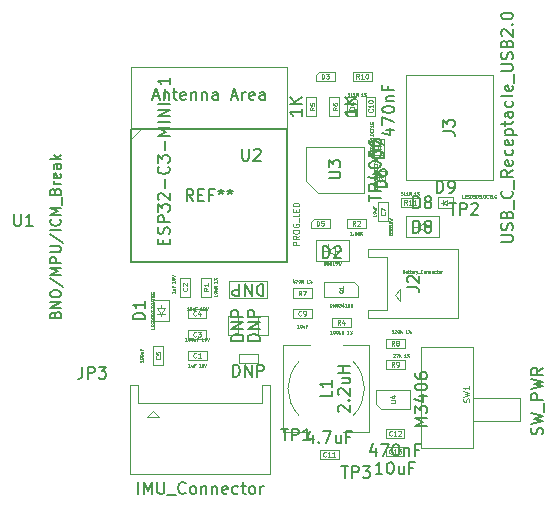
<source format=gbr>
%TF.GenerationSoftware,KiCad,Pcbnew,(6.0.2)*%
%TF.CreationDate,2022-03-07T06:31:50-05:00*%
%TF.ProjectId,ferrous_slime,66657272-6f75-4735-9f73-6c696d652e6b,rev?*%
%TF.SameCoordinates,Original*%
%TF.FileFunction,AssemblyDrawing,Top*%
%FSLAX46Y46*%
G04 Gerber Fmt 4.6, Leading zero omitted, Abs format (unit mm)*
G04 Created by KiCad (PCBNEW (6.0.2)) date 2022-03-07 06:31:50*
%MOMM*%
%LPD*%
G01*
G04 APERTURE LIST*
%ADD10C,0.150000*%
%ADD11C,0.050800*%
%ADD12C,0.060000*%
%ADD13C,0.076200*%
%ADD14C,0.050000*%
%ADD15C,0.200000*%
%ADD16C,0.100000*%
%ADD17C,0.152000*%
%ADD18C,0.120000*%
G04 APERTURE END LIST*
D10*
%TO.C,J1*%
X68167912Y-66269380D02*
X68167912Y-65269380D01*
X68644103Y-66269380D02*
X68644103Y-65269380D01*
X68977436Y-65983666D01*
X69310769Y-65269380D01*
X69310769Y-66269380D01*
X69786960Y-65269380D02*
X69786960Y-66078904D01*
X69834579Y-66174142D01*
X69882198Y-66221761D01*
X69977436Y-66269380D01*
X70167912Y-66269380D01*
X70263150Y-66221761D01*
X70310769Y-66174142D01*
X70358388Y-66078904D01*
X70358388Y-65269380D01*
X70596484Y-66364619D02*
X71358388Y-66364619D01*
X72167912Y-66174142D02*
X72120293Y-66221761D01*
X71977436Y-66269380D01*
X71882198Y-66269380D01*
X71739341Y-66221761D01*
X71644103Y-66126523D01*
X71596484Y-66031285D01*
X71548865Y-65840809D01*
X71548865Y-65697952D01*
X71596484Y-65507476D01*
X71644103Y-65412238D01*
X71739341Y-65317000D01*
X71882198Y-65269380D01*
X71977436Y-65269380D01*
X72120293Y-65317000D01*
X72167912Y-65364619D01*
X72739341Y-66269380D02*
X72644103Y-66221761D01*
X72596484Y-66174142D01*
X72548865Y-66078904D01*
X72548865Y-65793190D01*
X72596484Y-65697952D01*
X72644103Y-65650333D01*
X72739341Y-65602714D01*
X72882198Y-65602714D01*
X72977436Y-65650333D01*
X73025055Y-65697952D01*
X73072674Y-65793190D01*
X73072674Y-66078904D01*
X73025055Y-66174142D01*
X72977436Y-66221761D01*
X72882198Y-66269380D01*
X72739341Y-66269380D01*
X73501246Y-65602714D02*
X73501246Y-66269380D01*
X73501246Y-65697952D02*
X73548865Y-65650333D01*
X73644103Y-65602714D01*
X73786960Y-65602714D01*
X73882198Y-65650333D01*
X73929817Y-65745571D01*
X73929817Y-66269380D01*
X74406008Y-65602714D02*
X74406008Y-66269380D01*
X74406008Y-65697952D02*
X74453627Y-65650333D01*
X74548865Y-65602714D01*
X74691722Y-65602714D01*
X74786960Y-65650333D01*
X74834579Y-65745571D01*
X74834579Y-66269380D01*
X75691722Y-66221761D02*
X75596484Y-66269380D01*
X75406008Y-66269380D01*
X75310769Y-66221761D01*
X75263150Y-66126523D01*
X75263150Y-65745571D01*
X75310769Y-65650333D01*
X75406008Y-65602714D01*
X75596484Y-65602714D01*
X75691722Y-65650333D01*
X75739341Y-65745571D01*
X75739341Y-65840809D01*
X75263150Y-65936047D01*
X76596484Y-66221761D02*
X76501246Y-66269380D01*
X76310769Y-66269380D01*
X76215531Y-66221761D01*
X76167912Y-66174142D01*
X76120293Y-66078904D01*
X76120293Y-65793190D01*
X76167912Y-65697952D01*
X76215531Y-65650333D01*
X76310769Y-65602714D01*
X76501246Y-65602714D01*
X76596484Y-65650333D01*
X76882198Y-65602714D02*
X77263150Y-65602714D01*
X77025055Y-65269380D02*
X77025055Y-66126523D01*
X77072674Y-66221761D01*
X77167912Y-66269380D01*
X77263150Y-66269380D01*
X77739341Y-66269380D02*
X77644103Y-66221761D01*
X77596484Y-66174142D01*
X77548865Y-66078904D01*
X77548865Y-65793190D01*
X77596484Y-65697952D01*
X77644103Y-65650333D01*
X77739341Y-65602714D01*
X77882198Y-65602714D01*
X77977436Y-65650333D01*
X78025055Y-65697952D01*
X78072674Y-65793190D01*
X78072674Y-66078904D01*
X78025055Y-66174142D01*
X77977436Y-66221761D01*
X77882198Y-66269380D01*
X77739341Y-66269380D01*
X78501246Y-66269380D02*
X78501246Y-65602714D01*
X78501246Y-65793190D02*
X78548865Y-65697952D01*
X78596484Y-65650333D01*
X78691722Y-65602714D01*
X78786960Y-65602714D01*
D11*
%TO.C,R8*%
X89764809Y-52639904D02*
X89619666Y-52639904D01*
X89692238Y-52639904D02*
X89692238Y-52385904D01*
X89668047Y-52422190D01*
X89643857Y-52446380D01*
X89619666Y-52458476D01*
X89861571Y-52410095D02*
X89873666Y-52398000D01*
X89897857Y-52385904D01*
X89958333Y-52385904D01*
X89982523Y-52398000D01*
X89994619Y-52410095D01*
X90006714Y-52434285D01*
X90006714Y-52458476D01*
X89994619Y-52494761D01*
X89849476Y-52639904D01*
X90006714Y-52639904D01*
X90163952Y-52385904D02*
X90188142Y-52385904D01*
X90212333Y-52398000D01*
X90224428Y-52410095D01*
X90236523Y-52434285D01*
X90248619Y-52482666D01*
X90248619Y-52543142D01*
X90236523Y-52591523D01*
X90224428Y-52615714D01*
X90212333Y-52627809D01*
X90188142Y-52639904D01*
X90163952Y-52639904D01*
X90139761Y-52627809D01*
X90127666Y-52615714D01*
X90115571Y-52591523D01*
X90103476Y-52543142D01*
X90103476Y-52482666D01*
X90115571Y-52434285D01*
X90127666Y-52410095D01*
X90139761Y-52398000D01*
X90163952Y-52385904D01*
X90357476Y-52639904D02*
X90357476Y-52385904D01*
X90502619Y-52639904D02*
X90393761Y-52494761D01*
X90502619Y-52385904D02*
X90357476Y-52531047D01*
X90938047Y-52639904D02*
X90792904Y-52639904D01*
X90865476Y-52639904D02*
X90865476Y-52385904D01*
X90841285Y-52422190D01*
X90817095Y-52446380D01*
X90792904Y-52458476D01*
X91034809Y-52639904D02*
X91228333Y-52385904D01*
X91071095Y-52385904D02*
X91095285Y-52398000D01*
X91107380Y-52422190D01*
X91095285Y-52446380D01*
X91071095Y-52458476D01*
X91046904Y-52446380D01*
X91034809Y-52422190D01*
X91046904Y-52398000D01*
X91071095Y-52385904D01*
X91216238Y-52627809D02*
X91228333Y-52603619D01*
X91216238Y-52579428D01*
X91192047Y-52567333D01*
X91167857Y-52579428D01*
X91155761Y-52603619D01*
X91167857Y-52627809D01*
X91192047Y-52639904D01*
X91216238Y-52627809D01*
D12*
X89849333Y-53721952D02*
X89716000Y-53531476D01*
X89620761Y-53721952D02*
X89620761Y-53321952D01*
X89773142Y-53321952D01*
X89811238Y-53341000D01*
X89830285Y-53360047D01*
X89849333Y-53398142D01*
X89849333Y-53455285D01*
X89830285Y-53493380D01*
X89811238Y-53512428D01*
X89773142Y-53531476D01*
X89620761Y-53531476D01*
X90077904Y-53493380D02*
X90039809Y-53474333D01*
X90020761Y-53455285D01*
X90001714Y-53417190D01*
X90001714Y-53398142D01*
X90020761Y-53360047D01*
X90039809Y-53341000D01*
X90077904Y-53321952D01*
X90154095Y-53321952D01*
X90192190Y-53341000D01*
X90211238Y-53360047D01*
X90230285Y-53398142D01*
X90230285Y-53417190D01*
X90211238Y-53455285D01*
X90192190Y-53474333D01*
X90154095Y-53493380D01*
X90077904Y-53493380D01*
X90039809Y-53512428D01*
X90020761Y-53531476D01*
X90001714Y-53569571D01*
X90001714Y-53645761D01*
X90020761Y-53683857D01*
X90039809Y-53702904D01*
X90077904Y-53721952D01*
X90154095Y-53721952D01*
X90192190Y-53702904D01*
X90211238Y-53683857D01*
X90230285Y-53645761D01*
X90230285Y-53569571D01*
X90211238Y-53531476D01*
X90192190Y-53512428D01*
X90154095Y-53493380D01*
D10*
%TO.C,C11*%
X82923238Y-61294714D02*
X82923238Y-61961380D01*
X82685142Y-60913761D02*
X82447047Y-61628047D01*
X83066095Y-61628047D01*
X83447047Y-61866142D02*
X83494666Y-61913761D01*
X83447047Y-61961380D01*
X83399428Y-61913761D01*
X83447047Y-61866142D01*
X83447047Y-61961380D01*
X83828000Y-60961380D02*
X84494666Y-60961380D01*
X84066095Y-61961380D01*
X85304190Y-61294714D02*
X85304190Y-61961380D01*
X84875619Y-61294714D02*
X84875619Y-61818523D01*
X84923238Y-61913761D01*
X85018476Y-61961380D01*
X85161333Y-61961380D01*
X85256571Y-61913761D01*
X85304190Y-61866142D01*
X86113714Y-61437571D02*
X85780380Y-61437571D01*
X85780380Y-61961380D02*
X85780380Y-60961380D01*
X86256571Y-60961380D01*
D12*
X84070857Y-63081857D02*
X84051809Y-63100904D01*
X83994666Y-63119952D01*
X83956571Y-63119952D01*
X83899428Y-63100904D01*
X83861333Y-63062809D01*
X83842285Y-63024714D01*
X83823238Y-62948523D01*
X83823238Y-62891380D01*
X83842285Y-62815190D01*
X83861333Y-62777095D01*
X83899428Y-62739000D01*
X83956571Y-62719952D01*
X83994666Y-62719952D01*
X84051809Y-62739000D01*
X84070857Y-62758047D01*
X84451809Y-63119952D02*
X84223238Y-63119952D01*
X84337523Y-63119952D02*
X84337523Y-62719952D01*
X84299428Y-62777095D01*
X84261333Y-62815190D01*
X84223238Y-62834238D01*
X84832761Y-63119952D02*
X84604190Y-63119952D01*
X84718476Y-63119952D02*
X84718476Y-62719952D01*
X84680380Y-62777095D01*
X84642285Y-62815190D01*
X84604190Y-62834238D01*
D10*
%TO.C,R3*%
X76184285Y-56332380D02*
X76184285Y-55332380D01*
X76422380Y-55332380D01*
X76565238Y-55380000D01*
X76660476Y-55475238D01*
X76708095Y-55570476D01*
X76755714Y-55760952D01*
X76755714Y-55903809D01*
X76708095Y-56094285D01*
X76660476Y-56189523D01*
X76565238Y-56284761D01*
X76422380Y-56332380D01*
X76184285Y-56332380D01*
X77184285Y-56332380D02*
X77184285Y-55332380D01*
X77755714Y-56332380D01*
X77755714Y-55332380D01*
X78231904Y-56332380D02*
X78231904Y-55332380D01*
X78612857Y-55332380D01*
X78708095Y-55380000D01*
X78755714Y-55427619D01*
X78803333Y-55522857D01*
X78803333Y-55665714D01*
X78755714Y-55760952D01*
X78708095Y-55808571D01*
X78612857Y-55856190D01*
X78231904Y-55856190D01*
D11*
%TO.C,C3*%
X72298380Y-53293904D02*
X72153238Y-53293904D01*
X72225809Y-53293904D02*
X72225809Y-53039904D01*
X72201619Y-53076190D01*
X72177428Y-53100380D01*
X72153238Y-53112476D01*
X72455619Y-53039904D02*
X72479809Y-53039904D01*
X72504000Y-53052000D01*
X72516095Y-53064095D01*
X72528190Y-53088285D01*
X72540285Y-53136666D01*
X72540285Y-53197142D01*
X72528190Y-53245523D01*
X72516095Y-53269714D01*
X72504000Y-53281809D01*
X72479809Y-53293904D01*
X72455619Y-53293904D01*
X72431428Y-53281809D01*
X72419333Y-53269714D01*
X72407238Y-53245523D01*
X72395142Y-53197142D01*
X72395142Y-53136666D01*
X72407238Y-53088285D01*
X72419333Y-53064095D01*
X72431428Y-53052000D01*
X72455619Y-53039904D01*
X72697523Y-53039904D02*
X72721714Y-53039904D01*
X72745904Y-53052000D01*
X72758000Y-53064095D01*
X72770095Y-53088285D01*
X72782190Y-53136666D01*
X72782190Y-53197142D01*
X72770095Y-53245523D01*
X72758000Y-53269714D01*
X72745904Y-53281809D01*
X72721714Y-53293904D01*
X72697523Y-53293904D01*
X72673333Y-53281809D01*
X72661238Y-53269714D01*
X72649142Y-53245523D01*
X72637047Y-53197142D01*
X72637047Y-53136666D01*
X72649142Y-53088285D01*
X72661238Y-53064095D01*
X72673333Y-53052000D01*
X72697523Y-53039904D01*
X72891047Y-53124571D02*
X72891047Y-53293904D01*
X72891047Y-53148761D02*
X72903142Y-53136666D01*
X72927333Y-53124571D01*
X72963619Y-53124571D01*
X72987809Y-53136666D01*
X72999904Y-53160857D01*
X72999904Y-53293904D01*
X73205523Y-53160857D02*
X73120857Y-53160857D01*
X73120857Y-53293904D02*
X73120857Y-53039904D01*
X73241809Y-53039904D01*
X73665142Y-53293904D02*
X73520000Y-53293904D01*
X73592571Y-53293904D02*
X73592571Y-53039904D01*
X73568380Y-53076190D01*
X73544190Y-53100380D01*
X73520000Y-53112476D01*
X73822380Y-53039904D02*
X73846571Y-53039904D01*
X73870761Y-53052000D01*
X73882857Y-53064095D01*
X73894952Y-53088285D01*
X73907047Y-53136666D01*
X73907047Y-53197142D01*
X73894952Y-53245523D01*
X73882857Y-53269714D01*
X73870761Y-53281809D01*
X73846571Y-53293904D01*
X73822380Y-53293904D01*
X73798190Y-53281809D01*
X73786095Y-53269714D01*
X73774000Y-53245523D01*
X73761904Y-53197142D01*
X73761904Y-53136666D01*
X73774000Y-53088285D01*
X73786095Y-53064095D01*
X73798190Y-53052000D01*
X73822380Y-53039904D01*
X73979619Y-53039904D02*
X74064285Y-53293904D01*
X74148952Y-53039904D01*
D12*
X73072333Y-52921857D02*
X73053285Y-52940904D01*
X72996142Y-52959952D01*
X72958047Y-52959952D01*
X72900904Y-52940904D01*
X72862809Y-52902809D01*
X72843761Y-52864714D01*
X72824714Y-52788523D01*
X72824714Y-52731380D01*
X72843761Y-52655190D01*
X72862809Y-52617095D01*
X72900904Y-52579000D01*
X72958047Y-52559952D01*
X72996142Y-52559952D01*
X73053285Y-52579000D01*
X73072333Y-52598047D01*
X73205666Y-52559952D02*
X73453285Y-52559952D01*
X73319952Y-52712333D01*
X73377095Y-52712333D01*
X73415190Y-52731380D01*
X73434238Y-52750428D01*
X73453285Y-52788523D01*
X73453285Y-52883761D01*
X73434238Y-52921857D01*
X73415190Y-52940904D01*
X73377095Y-52959952D01*
X73262809Y-52959952D01*
X73224714Y-52940904D01*
X73205666Y-52921857D01*
D10*
%TO.C,TP3*%
X85352095Y-63915380D02*
X85923523Y-63915380D01*
X85637809Y-64915380D02*
X85637809Y-63915380D01*
X86256857Y-64915380D02*
X86256857Y-63915380D01*
X86637809Y-63915380D01*
X86733047Y-63963000D01*
X86780666Y-64010619D01*
X86828285Y-64105857D01*
X86828285Y-64248714D01*
X86780666Y-64343952D01*
X86733047Y-64391571D01*
X86637809Y-64439190D01*
X86256857Y-64439190D01*
X87161619Y-63915380D02*
X87780666Y-63915380D01*
X87447333Y-64296333D01*
X87590190Y-64296333D01*
X87685428Y-64343952D01*
X87733047Y-64391571D01*
X87780666Y-64486809D01*
X87780666Y-64724904D01*
X87733047Y-64820142D01*
X87685428Y-64867761D01*
X87590190Y-64915380D01*
X87304476Y-64915380D01*
X87209238Y-64867761D01*
X87161619Y-64820142D01*
%TO.C,R5*%
X81986380Y-33689285D02*
X81986380Y-34260714D01*
X81986380Y-33975000D02*
X80986380Y-33975000D01*
X81129238Y-34070238D01*
X81224476Y-34165476D01*
X81272095Y-34260714D01*
X81986380Y-33260714D02*
X80986380Y-33260714D01*
X81986380Y-32689285D02*
X81414952Y-33117857D01*
X80986380Y-32689285D02*
X81557809Y-33260714D01*
D12*
X83078952Y-33541666D02*
X82888476Y-33675000D01*
X83078952Y-33770238D02*
X82678952Y-33770238D01*
X82678952Y-33617857D01*
X82698000Y-33579761D01*
X82717047Y-33560714D01*
X82755142Y-33541666D01*
X82812285Y-33541666D01*
X82850380Y-33560714D01*
X82869428Y-33579761D01*
X82888476Y-33617857D01*
X82888476Y-33770238D01*
X82678952Y-33179761D02*
X82678952Y-33370238D01*
X82869428Y-33389285D01*
X82850380Y-33370238D01*
X82831333Y-33332142D01*
X82831333Y-33236904D01*
X82850380Y-33198809D01*
X82869428Y-33179761D01*
X82907523Y-33160714D01*
X83002761Y-33160714D01*
X83040857Y-33179761D01*
X83059904Y-33198809D01*
X83078952Y-33236904D01*
X83078952Y-33332142D01*
X83059904Y-33370238D01*
X83040857Y-33389285D01*
D13*
%TO.C,D5*%
X81763809Y-45224095D02*
X81255809Y-45224095D01*
X81255809Y-45030571D01*
X81280000Y-44982190D01*
X81304190Y-44958000D01*
X81352571Y-44933809D01*
X81425142Y-44933809D01*
X81473523Y-44958000D01*
X81497714Y-44982190D01*
X81521904Y-45030571D01*
X81521904Y-45224095D01*
X81763809Y-44425809D02*
X81521904Y-44595142D01*
X81763809Y-44716095D02*
X81255809Y-44716095D01*
X81255809Y-44522571D01*
X81280000Y-44474190D01*
X81304190Y-44450000D01*
X81352571Y-44425809D01*
X81425142Y-44425809D01*
X81473523Y-44450000D01*
X81497714Y-44474190D01*
X81521904Y-44522571D01*
X81521904Y-44716095D01*
X81255809Y-44111333D02*
X81255809Y-44014571D01*
X81280000Y-43966190D01*
X81328380Y-43917809D01*
X81425142Y-43893619D01*
X81594476Y-43893619D01*
X81691238Y-43917809D01*
X81739619Y-43966190D01*
X81763809Y-44014571D01*
X81763809Y-44111333D01*
X81739619Y-44159714D01*
X81691238Y-44208095D01*
X81594476Y-44232285D01*
X81425142Y-44232285D01*
X81328380Y-44208095D01*
X81280000Y-44159714D01*
X81255809Y-44111333D01*
X81280000Y-43409809D02*
X81255809Y-43458190D01*
X81255809Y-43530761D01*
X81280000Y-43603333D01*
X81328380Y-43651714D01*
X81376761Y-43675904D01*
X81473523Y-43700095D01*
X81546095Y-43700095D01*
X81642857Y-43675904D01*
X81691238Y-43651714D01*
X81739619Y-43603333D01*
X81763809Y-43530761D01*
X81763809Y-43482380D01*
X81739619Y-43409809D01*
X81715428Y-43385619D01*
X81546095Y-43385619D01*
X81546095Y-43482380D01*
X81812190Y-43288857D02*
X81812190Y-42901809D01*
X81763809Y-42538952D02*
X81763809Y-42780857D01*
X81255809Y-42780857D01*
X81497714Y-42369619D02*
X81497714Y-42200285D01*
X81763809Y-42127714D02*
X81763809Y-42369619D01*
X81255809Y-42369619D01*
X81255809Y-42127714D01*
X81763809Y-41910000D02*
X81255809Y-41910000D01*
X81255809Y-41789047D01*
X81280000Y-41716476D01*
X81328380Y-41668095D01*
X81376761Y-41643904D01*
X81473523Y-41619714D01*
X81546095Y-41619714D01*
X81642857Y-41643904D01*
X81691238Y-41668095D01*
X81739619Y-41716476D01*
X81763809Y-41789047D01*
X81763809Y-41910000D01*
D12*
X83270761Y-43561952D02*
X83270761Y-43161952D01*
X83366000Y-43161952D01*
X83423142Y-43181000D01*
X83461238Y-43219095D01*
X83480285Y-43257190D01*
X83499333Y-43333380D01*
X83499333Y-43390523D01*
X83480285Y-43466714D01*
X83461238Y-43504809D01*
X83423142Y-43542904D01*
X83366000Y-43561952D01*
X83270761Y-43561952D01*
X83861238Y-43161952D02*
X83670761Y-43161952D01*
X83651714Y-43352428D01*
X83670761Y-43333380D01*
X83708857Y-43314333D01*
X83804095Y-43314333D01*
X83842190Y-43333380D01*
X83861238Y-43352428D01*
X83880285Y-43390523D01*
X83880285Y-43485761D01*
X83861238Y-43523857D01*
X83842190Y-43542904D01*
X83804095Y-43561952D01*
X83708857Y-43561952D01*
X83670761Y-43542904D01*
X83651714Y-43523857D01*
D10*
%TO.C,TP1*%
X80272095Y-60740380D02*
X80843523Y-60740380D01*
X80557809Y-61740380D02*
X80557809Y-60740380D01*
X81176857Y-61740380D02*
X81176857Y-60740380D01*
X81557809Y-60740380D01*
X81653047Y-60788000D01*
X81700666Y-60835619D01*
X81748285Y-60930857D01*
X81748285Y-61073714D01*
X81700666Y-61168952D01*
X81653047Y-61216571D01*
X81557809Y-61264190D01*
X81176857Y-61264190D01*
X82700666Y-61740380D02*
X82129238Y-61740380D01*
X82414952Y-61740380D02*
X82414952Y-60740380D01*
X82319714Y-60883238D01*
X82224476Y-60978476D01*
X82129238Y-61026095D01*
D12*
%TO.C,D3*%
X83685761Y-31115952D02*
X83685761Y-30715952D01*
X83781000Y-30715952D01*
X83838142Y-30735000D01*
X83876238Y-30773095D01*
X83895285Y-30811190D01*
X83914333Y-30887380D01*
X83914333Y-30944523D01*
X83895285Y-31020714D01*
X83876238Y-31058809D01*
X83838142Y-31096904D01*
X83781000Y-31115952D01*
X83685761Y-31115952D01*
X84047666Y-30715952D02*
X84295285Y-30715952D01*
X84161952Y-30868333D01*
X84219095Y-30868333D01*
X84257190Y-30887380D01*
X84276238Y-30906428D01*
X84295285Y-30944523D01*
X84295285Y-31039761D01*
X84276238Y-31077857D01*
X84257190Y-31096904D01*
X84219095Y-31115952D01*
X84104809Y-31115952D01*
X84066714Y-31096904D01*
X84047666Y-31077857D01*
D11*
%TO.C,R7*%
X81358619Y-48205571D02*
X81358619Y-48374904D01*
X81298142Y-48108809D02*
X81237666Y-48290238D01*
X81394904Y-48290238D01*
X81467476Y-48120904D02*
X81636809Y-48120904D01*
X81527952Y-48374904D01*
X81781952Y-48120904D02*
X81806142Y-48120904D01*
X81830333Y-48133000D01*
X81842428Y-48145095D01*
X81854523Y-48169285D01*
X81866619Y-48217666D01*
X81866619Y-48278142D01*
X81854523Y-48326523D01*
X81842428Y-48350714D01*
X81830333Y-48362809D01*
X81806142Y-48374904D01*
X81781952Y-48374904D01*
X81757761Y-48362809D01*
X81745666Y-48350714D01*
X81733571Y-48326523D01*
X81721476Y-48278142D01*
X81721476Y-48217666D01*
X81733571Y-48169285D01*
X81745666Y-48145095D01*
X81757761Y-48133000D01*
X81781952Y-48120904D01*
X82120619Y-48374904D02*
X82035952Y-48253952D01*
X81975476Y-48374904D02*
X81975476Y-48120904D01*
X82072238Y-48120904D01*
X82096428Y-48133000D01*
X82108523Y-48145095D01*
X82120619Y-48169285D01*
X82120619Y-48205571D01*
X82108523Y-48229761D01*
X82096428Y-48241857D01*
X82072238Y-48253952D01*
X81975476Y-48253952D01*
X82556047Y-48374904D02*
X82410904Y-48374904D01*
X82483476Y-48374904D02*
X82483476Y-48120904D01*
X82459285Y-48157190D01*
X82435095Y-48181380D01*
X82410904Y-48193476D01*
X82652809Y-48374904D02*
X82846333Y-48120904D01*
X82689095Y-48120904D02*
X82713285Y-48133000D01*
X82725380Y-48157190D01*
X82713285Y-48181380D01*
X82689095Y-48193476D01*
X82664904Y-48181380D01*
X82652809Y-48157190D01*
X82664904Y-48133000D01*
X82689095Y-48120904D01*
X82834238Y-48362809D02*
X82846333Y-48338619D01*
X82834238Y-48314428D01*
X82810047Y-48302333D01*
X82785857Y-48314428D01*
X82773761Y-48338619D01*
X82785857Y-48362809D01*
X82810047Y-48374904D01*
X82834238Y-48362809D01*
D12*
X81975333Y-49456952D02*
X81842000Y-49266476D01*
X81746761Y-49456952D02*
X81746761Y-49056952D01*
X81899142Y-49056952D01*
X81937238Y-49076000D01*
X81956285Y-49095047D01*
X81975333Y-49133142D01*
X81975333Y-49190285D01*
X81956285Y-49228380D01*
X81937238Y-49247428D01*
X81899142Y-49266476D01*
X81746761Y-49266476D01*
X82108666Y-49056952D02*
X82375333Y-49056952D01*
X82203904Y-49456952D01*
D11*
%TO.C,Q1*%
X84388476Y-50406904D02*
X84388476Y-50152904D01*
X84448952Y-50152904D01*
X84485238Y-50165000D01*
X84509428Y-50189190D01*
X84521523Y-50213380D01*
X84533619Y-50261761D01*
X84533619Y-50298047D01*
X84521523Y-50346428D01*
X84509428Y-50370619D01*
X84485238Y-50394809D01*
X84448952Y-50406904D01*
X84388476Y-50406904D01*
X84642476Y-50406904D02*
X84642476Y-50152904D01*
X84727142Y-50334333D01*
X84811809Y-50152904D01*
X84811809Y-50406904D01*
X85065809Y-50165000D02*
X85041619Y-50152904D01*
X85005333Y-50152904D01*
X84969047Y-50165000D01*
X84944857Y-50189190D01*
X84932761Y-50213380D01*
X84920666Y-50261761D01*
X84920666Y-50298047D01*
X84932761Y-50346428D01*
X84944857Y-50370619D01*
X84969047Y-50394809D01*
X85005333Y-50406904D01*
X85029523Y-50406904D01*
X85065809Y-50394809D01*
X85077904Y-50382714D01*
X85077904Y-50298047D01*
X85029523Y-50298047D01*
X85162571Y-50152904D02*
X85319809Y-50152904D01*
X85235142Y-50249666D01*
X85271428Y-50249666D01*
X85295619Y-50261761D01*
X85307714Y-50273857D01*
X85319809Y-50298047D01*
X85319809Y-50358523D01*
X85307714Y-50382714D01*
X85295619Y-50394809D01*
X85271428Y-50406904D01*
X85198857Y-50406904D01*
X85174666Y-50394809D01*
X85162571Y-50382714D01*
X85537523Y-50237571D02*
X85537523Y-50406904D01*
X85477047Y-50140809D02*
X85416571Y-50322238D01*
X85573809Y-50322238D01*
X85803619Y-50406904D02*
X85658476Y-50406904D01*
X85731047Y-50406904D02*
X85731047Y-50152904D01*
X85706857Y-50189190D01*
X85682666Y-50213380D01*
X85658476Y-50225476D01*
X86033428Y-50152904D02*
X85912476Y-50152904D01*
X85900380Y-50273857D01*
X85912476Y-50261761D01*
X85936666Y-50249666D01*
X85997142Y-50249666D01*
X86021333Y-50261761D01*
X86033428Y-50273857D01*
X86045523Y-50298047D01*
X86045523Y-50358523D01*
X86033428Y-50382714D01*
X86021333Y-50394809D01*
X85997142Y-50406904D01*
X85936666Y-50406904D01*
X85912476Y-50394809D01*
X85900380Y-50382714D01*
X86154380Y-50152904D02*
X86154380Y-50358523D01*
X86166476Y-50382714D01*
X86178571Y-50394809D01*
X86202761Y-50406904D01*
X86251142Y-50406904D01*
X86275333Y-50394809D01*
X86287428Y-50382714D01*
X86299523Y-50358523D01*
X86299523Y-50152904D01*
D14*
X85519238Y-48999476D02*
X85504000Y-49029952D01*
X85473523Y-49060428D01*
X85427809Y-49106142D01*
X85412571Y-49136619D01*
X85412571Y-49167095D01*
X85488761Y-49151857D02*
X85473523Y-49182333D01*
X85443047Y-49212809D01*
X85382095Y-49228047D01*
X85275428Y-49228047D01*
X85214476Y-49212809D01*
X85184000Y-49182333D01*
X85168761Y-49151857D01*
X85168761Y-49090904D01*
X85184000Y-49060428D01*
X85214476Y-49029952D01*
X85275428Y-49014714D01*
X85382095Y-49014714D01*
X85443047Y-49029952D01*
X85473523Y-49060428D01*
X85488761Y-49090904D01*
X85488761Y-49151857D01*
X85488761Y-48709952D02*
X85488761Y-48892809D01*
X85488761Y-48801380D02*
X85168761Y-48801380D01*
X85214476Y-48831857D01*
X85244952Y-48862333D01*
X85260190Y-48892809D01*
D11*
%TO.C,D2*%
X83971190Y-46717857D02*
X84007476Y-46729952D01*
X84019571Y-46742047D01*
X84031666Y-46766238D01*
X84031666Y-46802523D01*
X84019571Y-46826714D01*
X84007476Y-46838809D01*
X83983285Y-46850904D01*
X83886523Y-46850904D01*
X83886523Y-46596904D01*
X83971190Y-46596904D01*
X83995380Y-46609000D01*
X84007476Y-46621095D01*
X84019571Y-46645285D01*
X84019571Y-46669476D01*
X84007476Y-46693666D01*
X83995380Y-46705761D01*
X83971190Y-46717857D01*
X83886523Y-46717857D01*
X84261476Y-46596904D02*
X84140523Y-46596904D01*
X84128428Y-46717857D01*
X84140523Y-46705761D01*
X84164714Y-46693666D01*
X84225190Y-46693666D01*
X84249380Y-46705761D01*
X84261476Y-46717857D01*
X84273571Y-46742047D01*
X84273571Y-46802523D01*
X84261476Y-46826714D01*
X84249380Y-46838809D01*
X84225190Y-46850904D01*
X84164714Y-46850904D01*
X84140523Y-46838809D01*
X84128428Y-46826714D01*
X84418714Y-46705761D02*
X84394523Y-46693666D01*
X84382428Y-46681571D01*
X84370333Y-46657380D01*
X84370333Y-46645285D01*
X84382428Y-46621095D01*
X84394523Y-46609000D01*
X84418714Y-46596904D01*
X84467095Y-46596904D01*
X84491285Y-46609000D01*
X84503380Y-46621095D01*
X84515476Y-46645285D01*
X84515476Y-46657380D01*
X84503380Y-46681571D01*
X84491285Y-46693666D01*
X84467095Y-46705761D01*
X84418714Y-46705761D01*
X84394523Y-46717857D01*
X84382428Y-46729952D01*
X84370333Y-46754142D01*
X84370333Y-46802523D01*
X84382428Y-46826714D01*
X84394523Y-46838809D01*
X84418714Y-46850904D01*
X84467095Y-46850904D01*
X84491285Y-46838809D01*
X84503380Y-46826714D01*
X84515476Y-46802523D01*
X84515476Y-46754142D01*
X84503380Y-46729952D01*
X84491285Y-46717857D01*
X84467095Y-46705761D01*
X84757380Y-46850904D02*
X84612238Y-46850904D01*
X84684809Y-46850904D02*
X84684809Y-46596904D01*
X84660619Y-46633190D01*
X84636428Y-46657380D01*
X84612238Y-46669476D01*
X84878333Y-46850904D02*
X84926714Y-46850904D01*
X84950904Y-46838809D01*
X84963000Y-46826714D01*
X84987190Y-46790428D01*
X84999285Y-46742047D01*
X84999285Y-46645285D01*
X84987190Y-46621095D01*
X84975095Y-46609000D01*
X84950904Y-46596904D01*
X84902523Y-46596904D01*
X84878333Y-46609000D01*
X84866238Y-46621095D01*
X84854142Y-46645285D01*
X84854142Y-46705761D01*
X84866238Y-46729952D01*
X84878333Y-46742047D01*
X84902523Y-46754142D01*
X84950904Y-46754142D01*
X84975095Y-46742047D01*
X84987190Y-46729952D01*
X84999285Y-46705761D01*
X85083952Y-46596904D02*
X85144428Y-46850904D01*
X85192809Y-46669476D01*
X85241190Y-46850904D01*
X85301666Y-46596904D01*
D10*
X83793904Y-46319380D02*
X83793904Y-45319380D01*
X84032000Y-45319380D01*
X84174857Y-45367000D01*
X84270095Y-45462238D01*
X84317714Y-45557476D01*
X84365333Y-45747952D01*
X84365333Y-45890809D01*
X84317714Y-46081285D01*
X84270095Y-46176523D01*
X84174857Y-46271761D01*
X84032000Y-46319380D01*
X83793904Y-46319380D01*
X84746285Y-45414619D02*
X84793904Y-45367000D01*
X84889142Y-45319380D01*
X85127238Y-45319380D01*
X85222476Y-45367000D01*
X85270095Y-45414619D01*
X85317714Y-45509857D01*
X85317714Y-45605095D01*
X85270095Y-45747952D01*
X84698666Y-46319380D01*
X85317714Y-46319380D01*
D11*
%TO.C,R4*%
X84582000Y-52692904D02*
X84436857Y-52692904D01*
X84509428Y-52692904D02*
X84509428Y-52438904D01*
X84485238Y-52475190D01*
X84461047Y-52499380D01*
X84436857Y-52511476D01*
X84739238Y-52438904D02*
X84763428Y-52438904D01*
X84787619Y-52451000D01*
X84799714Y-52463095D01*
X84811809Y-52487285D01*
X84823904Y-52535666D01*
X84823904Y-52596142D01*
X84811809Y-52644523D01*
X84799714Y-52668714D01*
X84787619Y-52680809D01*
X84763428Y-52692904D01*
X84739238Y-52692904D01*
X84715047Y-52680809D01*
X84702952Y-52668714D01*
X84690857Y-52644523D01*
X84678761Y-52596142D01*
X84678761Y-52535666D01*
X84690857Y-52487285D01*
X84702952Y-52463095D01*
X84715047Y-52451000D01*
X84739238Y-52438904D01*
X84981142Y-52438904D02*
X85005333Y-52438904D01*
X85029523Y-52451000D01*
X85041619Y-52463095D01*
X85053714Y-52487285D01*
X85065809Y-52535666D01*
X85065809Y-52596142D01*
X85053714Y-52644523D01*
X85041619Y-52668714D01*
X85029523Y-52680809D01*
X85005333Y-52692904D01*
X84981142Y-52692904D01*
X84956952Y-52680809D01*
X84944857Y-52668714D01*
X84932761Y-52644523D01*
X84920666Y-52596142D01*
X84920666Y-52535666D01*
X84932761Y-52487285D01*
X84944857Y-52463095D01*
X84956952Y-52451000D01*
X84981142Y-52438904D01*
X85174666Y-52692904D02*
X85174666Y-52438904D01*
X85198857Y-52596142D02*
X85271428Y-52692904D01*
X85271428Y-52523571D02*
X85174666Y-52620333D01*
X85525428Y-52692904D02*
X85440761Y-52571952D01*
X85380285Y-52692904D02*
X85380285Y-52438904D01*
X85477047Y-52438904D01*
X85501238Y-52451000D01*
X85513333Y-52463095D01*
X85525428Y-52487285D01*
X85525428Y-52523571D01*
X85513333Y-52547761D01*
X85501238Y-52559857D01*
X85477047Y-52571952D01*
X85380285Y-52571952D01*
X85960857Y-52692904D02*
X85815714Y-52692904D01*
X85888285Y-52692904D02*
X85888285Y-52438904D01*
X85864095Y-52475190D01*
X85839904Y-52499380D01*
X85815714Y-52511476D01*
X86057619Y-52692904D02*
X86251142Y-52438904D01*
X86093904Y-52438904D02*
X86118095Y-52451000D01*
X86130190Y-52475190D01*
X86118095Y-52499380D01*
X86093904Y-52511476D01*
X86069714Y-52499380D01*
X86057619Y-52475190D01*
X86069714Y-52451000D01*
X86093904Y-52438904D01*
X86239047Y-52680809D02*
X86251142Y-52656619D01*
X86239047Y-52632428D01*
X86214857Y-52620333D01*
X86190666Y-52632428D01*
X86178571Y-52656619D01*
X86190666Y-52680809D01*
X86214857Y-52692904D01*
X86239047Y-52680809D01*
D12*
X85277333Y-51943952D02*
X85144000Y-51753476D01*
X85048761Y-51943952D02*
X85048761Y-51543952D01*
X85201142Y-51543952D01*
X85239238Y-51563000D01*
X85258285Y-51582047D01*
X85277333Y-51620142D01*
X85277333Y-51677285D01*
X85258285Y-51715380D01*
X85239238Y-51734428D01*
X85201142Y-51753476D01*
X85048761Y-51753476D01*
X85620190Y-51677285D02*
X85620190Y-51943952D01*
X85524952Y-51524904D02*
X85429714Y-51810619D01*
X85677333Y-51810619D01*
D11*
%TO.C,C9*%
X81769857Y-52184904D02*
X81624714Y-52184904D01*
X81697285Y-52184904D02*
X81697285Y-51930904D01*
X81673095Y-51967190D01*
X81648904Y-51991380D01*
X81624714Y-52003476D01*
X81927095Y-51930904D02*
X81951285Y-51930904D01*
X81975476Y-51943000D01*
X81987571Y-51955095D01*
X81999666Y-51979285D01*
X82011761Y-52027666D01*
X82011761Y-52088142D01*
X81999666Y-52136523D01*
X81987571Y-52160714D01*
X81975476Y-52172809D01*
X81951285Y-52184904D01*
X81927095Y-52184904D01*
X81902904Y-52172809D01*
X81890809Y-52160714D01*
X81878714Y-52136523D01*
X81866619Y-52088142D01*
X81866619Y-52027666D01*
X81878714Y-51979285D01*
X81890809Y-51955095D01*
X81902904Y-51943000D01*
X81927095Y-51930904D01*
X82229476Y-52015571D02*
X82229476Y-52184904D01*
X82120619Y-52015571D02*
X82120619Y-52148619D01*
X82132714Y-52172809D01*
X82156904Y-52184904D01*
X82193190Y-52184904D01*
X82217380Y-52172809D01*
X82229476Y-52160714D01*
X82435095Y-52051857D02*
X82350428Y-52051857D01*
X82350428Y-52184904D02*
X82350428Y-51930904D01*
X82471380Y-51930904D01*
D12*
X81975333Y-51143857D02*
X81956285Y-51162904D01*
X81899142Y-51181952D01*
X81861047Y-51181952D01*
X81803904Y-51162904D01*
X81765809Y-51124809D01*
X81746761Y-51086714D01*
X81727714Y-51010523D01*
X81727714Y-50953380D01*
X81746761Y-50877190D01*
X81765809Y-50839095D01*
X81803904Y-50801000D01*
X81861047Y-50781952D01*
X81899142Y-50781952D01*
X81956285Y-50801000D01*
X81975333Y-50820047D01*
X82165809Y-51181952D02*
X82242000Y-51181952D01*
X82280095Y-51162904D01*
X82299142Y-51143857D01*
X82337238Y-51086714D01*
X82356285Y-51010523D01*
X82356285Y-50858142D01*
X82337238Y-50820047D01*
X82318190Y-50801000D01*
X82280095Y-50781952D01*
X82203904Y-50781952D01*
X82165809Y-50801000D01*
X82146761Y-50820047D01*
X82127714Y-50858142D01*
X82127714Y-50953380D01*
X82146761Y-50991476D01*
X82165809Y-51010523D01*
X82203904Y-51029571D01*
X82280095Y-51029571D01*
X82318190Y-51010523D01*
X82337238Y-50991476D01*
X82356285Y-50953380D01*
D11*
%TO.C,C5*%
X68534909Y-54950085D02*
X68534909Y-55095228D01*
X68534909Y-55022656D02*
X68280909Y-55022656D01*
X68317195Y-55046847D01*
X68341385Y-55071037D01*
X68353481Y-55095228D01*
X68280909Y-54792847D02*
X68280909Y-54768656D01*
X68293005Y-54744466D01*
X68305100Y-54732370D01*
X68329290Y-54720275D01*
X68377671Y-54708180D01*
X68438147Y-54708180D01*
X68486528Y-54720275D01*
X68510719Y-54732370D01*
X68522814Y-54744466D01*
X68534909Y-54768656D01*
X68534909Y-54792847D01*
X68522814Y-54817037D01*
X68510719Y-54829132D01*
X68486528Y-54841228D01*
X68438147Y-54853323D01*
X68377671Y-54853323D01*
X68329290Y-54841228D01*
X68305100Y-54829132D01*
X68293005Y-54817037D01*
X68280909Y-54792847D01*
X68280909Y-54550942D02*
X68280909Y-54526751D01*
X68293005Y-54502561D01*
X68305100Y-54490466D01*
X68329290Y-54478370D01*
X68377671Y-54466275D01*
X68438147Y-54466275D01*
X68486528Y-54478370D01*
X68510719Y-54490466D01*
X68522814Y-54502561D01*
X68534909Y-54526751D01*
X68534909Y-54550942D01*
X68522814Y-54575132D01*
X68510719Y-54587228D01*
X68486528Y-54599323D01*
X68438147Y-54611418D01*
X68377671Y-54611418D01*
X68329290Y-54599323D01*
X68305100Y-54587228D01*
X68293005Y-54575132D01*
X68280909Y-54550942D01*
X68365576Y-54357418D02*
X68534909Y-54357418D01*
X68389766Y-54357418D02*
X68377671Y-54345323D01*
X68365576Y-54321132D01*
X68365576Y-54284847D01*
X68377671Y-54260656D01*
X68401862Y-54248561D01*
X68534909Y-54248561D01*
X68401862Y-54042942D02*
X68401862Y-54127609D01*
X68534909Y-54127609D02*
X68280909Y-54127609D01*
X68280909Y-54006656D01*
D12*
X69992857Y-54623666D02*
X70011904Y-54642714D01*
X70030952Y-54699857D01*
X70030952Y-54737952D01*
X70011904Y-54795095D01*
X69973809Y-54833190D01*
X69935714Y-54852238D01*
X69859523Y-54871285D01*
X69802380Y-54871285D01*
X69726190Y-54852238D01*
X69688095Y-54833190D01*
X69650000Y-54795095D01*
X69630952Y-54737952D01*
X69630952Y-54699857D01*
X69650000Y-54642714D01*
X69669047Y-54623666D01*
X69630952Y-54261761D02*
X69630952Y-54452238D01*
X69821428Y-54471285D01*
X69802380Y-54452238D01*
X69783333Y-54414142D01*
X69783333Y-54318904D01*
X69802380Y-54280809D01*
X69821428Y-54261761D01*
X69859523Y-54242714D01*
X69954761Y-54242714D01*
X69992857Y-54261761D01*
X70011904Y-54280809D01*
X70030952Y-54318904D01*
X70030952Y-54414142D01*
X70011904Y-54452238D01*
X69992857Y-54471285D01*
D15*
%TO.C,Y1*%
X78755714Y-48516619D02*
X78755714Y-49516619D01*
X78517619Y-49516619D01*
X78374761Y-49469000D01*
X78279523Y-49373761D01*
X78231904Y-49278523D01*
X78184285Y-49088047D01*
X78184285Y-48945190D01*
X78231904Y-48754714D01*
X78279523Y-48659476D01*
X78374761Y-48564238D01*
X78517619Y-48516619D01*
X78755714Y-48516619D01*
X77755714Y-48516619D02*
X77755714Y-49516619D01*
X77184285Y-48516619D01*
X77184285Y-49516619D01*
X76708095Y-48516619D02*
X76708095Y-49516619D01*
X76327142Y-49516619D01*
X76231904Y-49469000D01*
X76184285Y-49421380D01*
X76136666Y-49326142D01*
X76136666Y-49183285D01*
X76184285Y-49088047D01*
X76231904Y-49040428D01*
X76327142Y-48992809D01*
X76708095Y-48992809D01*
D10*
%TO.C,U4*%
X92599002Y-60503460D02*
X91599002Y-60503460D01*
X92313288Y-60170126D01*
X91599002Y-59836793D01*
X92599002Y-59836793D01*
X91599002Y-59455841D02*
X91599002Y-58836793D01*
X91979955Y-59170126D01*
X91979955Y-59027269D01*
X92027574Y-58932031D01*
X92075193Y-58884412D01*
X92170431Y-58836793D01*
X92408526Y-58836793D01*
X92503764Y-58884412D01*
X92551383Y-58932031D01*
X92599002Y-59027269D01*
X92599002Y-59312984D01*
X92551383Y-59408222D01*
X92503764Y-59455841D01*
X91932336Y-57979650D02*
X92599002Y-57979650D01*
X91551383Y-58217745D02*
X92265669Y-58455841D01*
X92265669Y-57836793D01*
X91599002Y-57265365D02*
X91599002Y-57170126D01*
X91646622Y-57074888D01*
X91694241Y-57027269D01*
X91789479Y-56979650D01*
X91979955Y-56932031D01*
X92218050Y-56932031D01*
X92408526Y-56979650D01*
X92503764Y-57027269D01*
X92551383Y-57074888D01*
X92599002Y-57170126D01*
X92599002Y-57265365D01*
X92551383Y-57360603D01*
X92503764Y-57408222D01*
X92408526Y-57455841D01*
X92218050Y-57503460D01*
X91979955Y-57503460D01*
X91789479Y-57455841D01*
X91694241Y-57408222D01*
X91646622Y-57360603D01*
X91599002Y-57265365D01*
X91599002Y-56074888D02*
X91599002Y-56265365D01*
X91646622Y-56360603D01*
X91694241Y-56408222D01*
X91837098Y-56503460D01*
X92027574Y-56551079D01*
X92408526Y-56551079D01*
X92503764Y-56503460D01*
X92551383Y-56455841D01*
X92599002Y-56360603D01*
X92599002Y-56170126D01*
X92551383Y-56074888D01*
X92503764Y-56027269D01*
X92408526Y-55979650D01*
X92170431Y-55979650D01*
X92075193Y-56027269D01*
X92027574Y-56074888D01*
X91979955Y-56170126D01*
X91979955Y-56360603D01*
X92027574Y-56455841D01*
X92075193Y-56503460D01*
X92170431Y-56551079D01*
D12*
X89527574Y-58570126D02*
X89851383Y-58570126D01*
X89889479Y-58551079D01*
X89908526Y-58532031D01*
X89927574Y-58493936D01*
X89927574Y-58417745D01*
X89908526Y-58379650D01*
X89889479Y-58360603D01*
X89851383Y-58341555D01*
X89527574Y-58341555D01*
X89660907Y-57979650D02*
X89927574Y-57979650D01*
X89508526Y-58074888D02*
X89794241Y-58170126D01*
X89794241Y-57922507D01*
D11*
%TO.C,R9*%
X89740619Y-54442095D02*
X89752714Y-54430000D01*
X89776904Y-54417904D01*
X89837380Y-54417904D01*
X89861571Y-54430000D01*
X89873666Y-54442095D01*
X89885761Y-54466285D01*
X89885761Y-54490476D01*
X89873666Y-54526761D01*
X89728523Y-54671904D01*
X89885761Y-54671904D01*
X89970428Y-54417904D02*
X90139761Y-54417904D01*
X90030904Y-54671904D01*
X90236523Y-54671904D02*
X90236523Y-54417904D01*
X90381666Y-54671904D02*
X90272809Y-54526761D01*
X90381666Y-54417904D02*
X90236523Y-54563047D01*
X90817095Y-54671904D02*
X90671952Y-54671904D01*
X90744523Y-54671904D02*
X90744523Y-54417904D01*
X90720333Y-54454190D01*
X90696142Y-54478380D01*
X90671952Y-54490476D01*
X90913857Y-54671904D02*
X91107380Y-54417904D01*
X90950142Y-54417904D02*
X90974333Y-54430000D01*
X90986428Y-54454190D01*
X90974333Y-54478380D01*
X90950142Y-54490476D01*
X90925952Y-54478380D01*
X90913857Y-54454190D01*
X90925952Y-54430000D01*
X90950142Y-54417904D01*
X91095285Y-54659809D02*
X91107380Y-54635619D01*
X91095285Y-54611428D01*
X91071095Y-54599333D01*
X91046904Y-54611428D01*
X91034809Y-54635619D01*
X91046904Y-54659809D01*
X91071095Y-54671904D01*
X91095285Y-54659809D01*
D12*
X89849333Y-55499952D02*
X89716000Y-55309476D01*
X89620761Y-55499952D02*
X89620761Y-55099952D01*
X89773142Y-55099952D01*
X89811238Y-55119000D01*
X89830285Y-55138047D01*
X89849333Y-55176142D01*
X89849333Y-55233285D01*
X89830285Y-55271380D01*
X89811238Y-55290428D01*
X89773142Y-55309476D01*
X89620761Y-55309476D01*
X90039809Y-55499952D02*
X90116000Y-55499952D01*
X90154095Y-55480904D01*
X90173142Y-55461857D01*
X90211238Y-55404714D01*
X90230285Y-55328523D01*
X90230285Y-55176142D01*
X90211238Y-55138047D01*
X90192190Y-55119000D01*
X90154095Y-55099952D01*
X90077904Y-55099952D01*
X90039809Y-55119000D01*
X90020761Y-55138047D01*
X90001714Y-55176142D01*
X90001714Y-55271380D01*
X90020761Y-55309476D01*
X90039809Y-55328523D01*
X90077904Y-55347571D01*
X90154095Y-55347571D01*
X90192190Y-55328523D01*
X90211238Y-55309476D01*
X90230285Y-55271380D01*
D11*
%TO.C,C1*%
X72553285Y-55486904D02*
X72408142Y-55486904D01*
X72480714Y-55486904D02*
X72480714Y-55232904D01*
X72456523Y-55269190D01*
X72432333Y-55293380D01*
X72408142Y-55305476D01*
X72771000Y-55317571D02*
X72771000Y-55486904D01*
X72662142Y-55317571D02*
X72662142Y-55450619D01*
X72674238Y-55474809D01*
X72698428Y-55486904D01*
X72734714Y-55486904D01*
X72758904Y-55474809D01*
X72771000Y-55462714D01*
X72976619Y-55353857D02*
X72891952Y-55353857D01*
X72891952Y-55486904D02*
X72891952Y-55232904D01*
X73012904Y-55232904D01*
X73436238Y-55486904D02*
X73291095Y-55486904D01*
X73363666Y-55486904D02*
X73363666Y-55232904D01*
X73339476Y-55269190D01*
X73315285Y-55293380D01*
X73291095Y-55305476D01*
X73653952Y-55232904D02*
X73605571Y-55232904D01*
X73581380Y-55245000D01*
X73569285Y-55257095D01*
X73545095Y-55293380D01*
X73533000Y-55341761D01*
X73533000Y-55438523D01*
X73545095Y-55462714D01*
X73557190Y-55474809D01*
X73581380Y-55486904D01*
X73629761Y-55486904D01*
X73653952Y-55474809D01*
X73666047Y-55462714D01*
X73678142Y-55438523D01*
X73678142Y-55378047D01*
X73666047Y-55353857D01*
X73653952Y-55341761D01*
X73629761Y-55329666D01*
X73581380Y-55329666D01*
X73557190Y-55341761D01*
X73545095Y-55353857D01*
X73533000Y-55378047D01*
X73750714Y-55232904D02*
X73835380Y-55486904D01*
X73920047Y-55232904D01*
D12*
X73085333Y-54699857D02*
X73066285Y-54718904D01*
X73009142Y-54737952D01*
X72971047Y-54737952D01*
X72913904Y-54718904D01*
X72875809Y-54680809D01*
X72856761Y-54642714D01*
X72837714Y-54566523D01*
X72837714Y-54509380D01*
X72856761Y-54433190D01*
X72875809Y-54395095D01*
X72913904Y-54357000D01*
X72971047Y-54337952D01*
X73009142Y-54337952D01*
X73066285Y-54357000D01*
X73085333Y-54376047D01*
X73466285Y-54737952D02*
X73237714Y-54737952D01*
X73352000Y-54737952D02*
X73352000Y-54337952D01*
X73313904Y-54395095D01*
X73275809Y-54433190D01*
X73237714Y-54452238D01*
D10*
%TO.C,C10*%
X89164714Y-35440857D02*
X89831380Y-35440857D01*
X88783761Y-35678952D02*
X89498047Y-35917047D01*
X89498047Y-35298000D01*
X88831380Y-35012285D02*
X88831380Y-34345619D01*
X89831380Y-34774190D01*
X88831380Y-33774190D02*
X88831380Y-33678952D01*
X88879000Y-33583714D01*
X88926619Y-33536095D01*
X89021857Y-33488476D01*
X89212333Y-33440857D01*
X89450428Y-33440857D01*
X89640904Y-33488476D01*
X89736142Y-33536095D01*
X89783761Y-33583714D01*
X89831380Y-33678952D01*
X89831380Y-33774190D01*
X89783761Y-33869428D01*
X89736142Y-33917047D01*
X89640904Y-33964666D01*
X89450428Y-34012285D01*
X89212333Y-34012285D01*
X89021857Y-33964666D01*
X88926619Y-33917047D01*
X88879000Y-33869428D01*
X88831380Y-33774190D01*
X89164714Y-33012285D02*
X89831380Y-33012285D01*
X89259952Y-33012285D02*
X89212333Y-32964666D01*
X89164714Y-32869428D01*
X89164714Y-32726571D01*
X89212333Y-32631333D01*
X89307571Y-32583714D01*
X89831380Y-32583714D01*
X89307571Y-31774190D02*
X89307571Y-32107523D01*
X89831380Y-32107523D02*
X88831380Y-32107523D01*
X88831380Y-31631333D01*
D12*
X87991857Y-33705142D02*
X88010904Y-33724190D01*
X88029952Y-33781333D01*
X88029952Y-33819428D01*
X88010904Y-33876571D01*
X87972809Y-33914666D01*
X87934714Y-33933714D01*
X87858523Y-33952761D01*
X87801380Y-33952761D01*
X87725190Y-33933714D01*
X87687095Y-33914666D01*
X87649000Y-33876571D01*
X87629952Y-33819428D01*
X87629952Y-33781333D01*
X87649000Y-33724190D01*
X87668047Y-33705142D01*
X88029952Y-33324190D02*
X88029952Y-33552761D01*
X88029952Y-33438476D02*
X87629952Y-33438476D01*
X87687095Y-33476571D01*
X87725190Y-33514666D01*
X87744238Y-33552761D01*
X87629952Y-33076571D02*
X87629952Y-33038476D01*
X87649000Y-33000380D01*
X87668047Y-32981333D01*
X87706142Y-32962285D01*
X87782333Y-32943238D01*
X87877571Y-32943238D01*
X87953761Y-32962285D01*
X87991857Y-32981333D01*
X88010904Y-33000380D01*
X88029952Y-33038476D01*
X88029952Y-33076571D01*
X88010904Y-33114666D01*
X87991857Y-33133714D01*
X87953761Y-33152761D01*
X87877571Y-33171809D01*
X87782333Y-33171809D01*
X87706142Y-33152761D01*
X87668047Y-33133714D01*
X87649000Y-33114666D01*
X87629952Y-33076571D01*
%TO.C,D4*%
X86447952Y-33744738D02*
X86047952Y-33744738D01*
X86047952Y-33649500D01*
X86067000Y-33592357D01*
X86105095Y-33554261D01*
X86143190Y-33535214D01*
X86219380Y-33516166D01*
X86276523Y-33516166D01*
X86352714Y-33535214D01*
X86390809Y-33554261D01*
X86428904Y-33592357D01*
X86447952Y-33649500D01*
X86447952Y-33744738D01*
X86181285Y-33173309D02*
X86447952Y-33173309D01*
X86028904Y-33268547D02*
X86314619Y-33363785D01*
X86314619Y-33116166D01*
D11*
%TO.C,D7*%
X88034077Y-37541774D02*
X88034077Y-37662727D01*
X87780077Y-37662727D01*
X87901030Y-37457108D02*
X87901030Y-37372441D01*
X88034077Y-37336155D02*
X88034077Y-37457108D01*
X87780077Y-37457108D01*
X87780077Y-37336155D01*
X88021982Y-37239393D02*
X88034077Y-37203108D01*
X88034077Y-37142631D01*
X88021982Y-37118441D01*
X88009887Y-37106346D01*
X87985696Y-37094250D01*
X87961506Y-37094250D01*
X87937315Y-37106346D01*
X87925220Y-37118441D01*
X87913125Y-37142631D01*
X87901030Y-37191012D01*
X87888934Y-37215203D01*
X87876839Y-37227298D01*
X87852649Y-37239393D01*
X87828458Y-37239393D01*
X87804268Y-37227298D01*
X87792173Y-37215203D01*
X87780077Y-37191012D01*
X87780077Y-37130536D01*
X87792173Y-37094250D01*
X88034077Y-36985393D02*
X87780077Y-36985393D01*
X87780077Y-36924917D01*
X87792173Y-36888631D01*
X87816363Y-36864441D01*
X87840553Y-36852346D01*
X87888934Y-36840250D01*
X87925220Y-36840250D01*
X87973601Y-36852346D01*
X87997792Y-36864441D01*
X88021982Y-36888631D01*
X88034077Y-36924917D01*
X88034077Y-36985393D01*
X87780077Y-36610441D02*
X87780077Y-36731393D01*
X87901030Y-36743489D01*
X87888934Y-36731393D01*
X87876839Y-36707203D01*
X87876839Y-36646727D01*
X87888934Y-36622536D01*
X87901030Y-36610441D01*
X87925220Y-36598346D01*
X87985696Y-36598346D01*
X88009887Y-36610441D01*
X88021982Y-36622536D01*
X88034077Y-36646727D01*
X88034077Y-36707203D01*
X88021982Y-36731393D01*
X88009887Y-36743489D01*
X88034077Y-36489489D02*
X87780077Y-36489489D01*
X87780077Y-36429012D01*
X87792173Y-36392727D01*
X87816363Y-36368536D01*
X87840553Y-36356441D01*
X87888934Y-36344346D01*
X87925220Y-36344346D01*
X87973601Y-36356441D01*
X87997792Y-36368536D01*
X88021982Y-36392727D01*
X88034077Y-36429012D01*
X88034077Y-36489489D01*
X87780077Y-36114536D02*
X87780077Y-36235489D01*
X87901030Y-36247584D01*
X87888934Y-36235489D01*
X87876839Y-36211298D01*
X87876839Y-36150822D01*
X87888934Y-36126631D01*
X87901030Y-36114536D01*
X87925220Y-36102441D01*
X87985696Y-36102441D01*
X88009887Y-36114536D01*
X88021982Y-36126631D01*
X88034077Y-36150822D01*
X88034077Y-36211298D01*
X88021982Y-36235489D01*
X88009887Y-36247584D01*
X88009887Y-35993584D02*
X88021982Y-35981489D01*
X88034077Y-35993584D01*
X88021982Y-36005679D01*
X88009887Y-35993584D01*
X88034077Y-35993584D01*
X87780077Y-35824250D02*
X87780077Y-35800060D01*
X87792173Y-35775869D01*
X87804268Y-35763774D01*
X87828458Y-35751679D01*
X87876839Y-35739584D01*
X87937315Y-35739584D01*
X87985696Y-35751679D01*
X88009887Y-35763774D01*
X88021982Y-35775869D01*
X88034077Y-35800060D01*
X88034077Y-35824250D01*
X88021982Y-35848441D01*
X88009887Y-35860536D01*
X87985696Y-35872631D01*
X87937315Y-35884727D01*
X87876839Y-35884727D01*
X87828458Y-35872631D01*
X87804268Y-35860536D01*
X87792173Y-35848441D01*
X87780077Y-35824250D01*
X88009887Y-35485584D02*
X88021982Y-35497679D01*
X88034077Y-35533965D01*
X88034077Y-35558155D01*
X88021982Y-35594441D01*
X87997792Y-35618631D01*
X87973601Y-35630727D01*
X87925220Y-35642822D01*
X87888934Y-35642822D01*
X87840553Y-35630727D01*
X87816363Y-35618631D01*
X87792173Y-35594441D01*
X87780077Y-35558155D01*
X87780077Y-35533965D01*
X87792173Y-35497679D01*
X87804268Y-35485584D01*
X87780077Y-35413012D02*
X87780077Y-35267869D01*
X88034077Y-35340441D02*
X87780077Y-35340441D01*
X88034077Y-35050155D02*
X88034077Y-35195298D01*
X88034077Y-35122727D02*
X87780077Y-35122727D01*
X87816363Y-35146917D01*
X87840553Y-35171108D01*
X87852649Y-35195298D01*
X87792173Y-34808250D02*
X87780077Y-34832441D01*
X87780077Y-34868727D01*
X87792173Y-34905012D01*
X87816363Y-34929203D01*
X87840553Y-34941298D01*
X87888934Y-34953393D01*
X87925220Y-34953393D01*
X87973601Y-34941298D01*
X87997792Y-34929203D01*
X88021982Y-34905012D01*
X88034077Y-34868727D01*
X88034077Y-34844536D01*
X88021982Y-34808250D01*
X88009887Y-34796155D01*
X87925220Y-34796155D01*
X87925220Y-34844536D01*
D10*
X89004553Y-37849584D02*
X88004553Y-37849584D01*
X88004553Y-37611489D01*
X88052173Y-37468631D01*
X88147411Y-37373393D01*
X88242649Y-37325774D01*
X88433125Y-37278155D01*
X88575982Y-37278155D01*
X88766458Y-37325774D01*
X88861696Y-37373393D01*
X88956934Y-37468631D01*
X89004553Y-37611489D01*
X89004553Y-37849584D01*
X88004553Y-36944822D02*
X88004553Y-36278155D01*
X89004553Y-36706727D01*
D11*
%TO.C,D6*%
X88381904Y-40508285D02*
X88381904Y-40629238D01*
X88127904Y-40629238D01*
X88248857Y-40423619D02*
X88248857Y-40338952D01*
X88381904Y-40302666D02*
X88381904Y-40423619D01*
X88127904Y-40423619D01*
X88127904Y-40302666D01*
X88369809Y-40205904D02*
X88381904Y-40169619D01*
X88381904Y-40109142D01*
X88369809Y-40084952D01*
X88357714Y-40072857D01*
X88333523Y-40060761D01*
X88309333Y-40060761D01*
X88285142Y-40072857D01*
X88273047Y-40084952D01*
X88260952Y-40109142D01*
X88248857Y-40157523D01*
X88236761Y-40181714D01*
X88224666Y-40193809D01*
X88200476Y-40205904D01*
X88176285Y-40205904D01*
X88152095Y-40193809D01*
X88140000Y-40181714D01*
X88127904Y-40157523D01*
X88127904Y-40097047D01*
X88140000Y-40060761D01*
X88381904Y-39951904D02*
X88127904Y-39951904D01*
X88127904Y-39891428D01*
X88140000Y-39855142D01*
X88164190Y-39830952D01*
X88188380Y-39818857D01*
X88236761Y-39806761D01*
X88273047Y-39806761D01*
X88321428Y-39818857D01*
X88345619Y-39830952D01*
X88369809Y-39855142D01*
X88381904Y-39891428D01*
X88381904Y-39951904D01*
X88127904Y-39576952D02*
X88127904Y-39697904D01*
X88248857Y-39710000D01*
X88236761Y-39697904D01*
X88224666Y-39673714D01*
X88224666Y-39613238D01*
X88236761Y-39589047D01*
X88248857Y-39576952D01*
X88273047Y-39564857D01*
X88333523Y-39564857D01*
X88357714Y-39576952D01*
X88369809Y-39589047D01*
X88381904Y-39613238D01*
X88381904Y-39673714D01*
X88369809Y-39697904D01*
X88357714Y-39710000D01*
X88381904Y-39456000D02*
X88127904Y-39456000D01*
X88127904Y-39395523D01*
X88140000Y-39359238D01*
X88164190Y-39335047D01*
X88188380Y-39322952D01*
X88236761Y-39310857D01*
X88273047Y-39310857D01*
X88321428Y-39322952D01*
X88345619Y-39335047D01*
X88369809Y-39359238D01*
X88381904Y-39395523D01*
X88381904Y-39456000D01*
X88127904Y-39081047D02*
X88127904Y-39202000D01*
X88248857Y-39214095D01*
X88236761Y-39202000D01*
X88224666Y-39177809D01*
X88224666Y-39117333D01*
X88236761Y-39093142D01*
X88248857Y-39081047D01*
X88273047Y-39068952D01*
X88333523Y-39068952D01*
X88357714Y-39081047D01*
X88369809Y-39093142D01*
X88381904Y-39117333D01*
X88381904Y-39177809D01*
X88369809Y-39202000D01*
X88357714Y-39214095D01*
X88357714Y-38960095D02*
X88369809Y-38948000D01*
X88381904Y-38960095D01*
X88369809Y-38972190D01*
X88357714Y-38960095D01*
X88381904Y-38960095D01*
X88127904Y-38790761D02*
X88127904Y-38766571D01*
X88140000Y-38742380D01*
X88152095Y-38730285D01*
X88176285Y-38718190D01*
X88224666Y-38706095D01*
X88285142Y-38706095D01*
X88333523Y-38718190D01*
X88357714Y-38730285D01*
X88369809Y-38742380D01*
X88381904Y-38766571D01*
X88381904Y-38790761D01*
X88369809Y-38814952D01*
X88357714Y-38827047D01*
X88333523Y-38839142D01*
X88285142Y-38851238D01*
X88224666Y-38851238D01*
X88176285Y-38839142D01*
X88152095Y-38827047D01*
X88140000Y-38814952D01*
X88127904Y-38790761D01*
X88357714Y-38452095D02*
X88369809Y-38464190D01*
X88381904Y-38500476D01*
X88381904Y-38524666D01*
X88369809Y-38560952D01*
X88345619Y-38585142D01*
X88321428Y-38597238D01*
X88273047Y-38609333D01*
X88236761Y-38609333D01*
X88188380Y-38597238D01*
X88164190Y-38585142D01*
X88140000Y-38560952D01*
X88127904Y-38524666D01*
X88127904Y-38500476D01*
X88140000Y-38464190D01*
X88152095Y-38452095D01*
X88127904Y-38379523D02*
X88127904Y-38234380D01*
X88381904Y-38306952D02*
X88127904Y-38306952D01*
X88381904Y-38016666D02*
X88381904Y-38161809D01*
X88381904Y-38089238D02*
X88127904Y-38089238D01*
X88164190Y-38113428D01*
X88188380Y-38137619D01*
X88200476Y-38161809D01*
X88140000Y-37774761D02*
X88127904Y-37798952D01*
X88127904Y-37835238D01*
X88140000Y-37871523D01*
X88164190Y-37895714D01*
X88188380Y-37907809D01*
X88236761Y-37919904D01*
X88273047Y-37919904D01*
X88321428Y-37907809D01*
X88345619Y-37895714D01*
X88369809Y-37871523D01*
X88381904Y-37835238D01*
X88381904Y-37811047D01*
X88369809Y-37774761D01*
X88357714Y-37762666D01*
X88273047Y-37762666D01*
X88273047Y-37811047D01*
D10*
X89198380Y-40312095D02*
X88198380Y-40312095D01*
X88198380Y-40074000D01*
X88246000Y-39931142D01*
X88341238Y-39835904D01*
X88436476Y-39788285D01*
X88626952Y-39740666D01*
X88769809Y-39740666D01*
X88960285Y-39788285D01*
X89055523Y-39835904D01*
X89150761Y-39931142D01*
X89198380Y-40074000D01*
X89198380Y-40312095D01*
X88198380Y-38883523D02*
X88198380Y-39074000D01*
X88246000Y-39169238D01*
X88293619Y-39216857D01*
X88436476Y-39312095D01*
X88626952Y-39359714D01*
X89007904Y-39359714D01*
X89103142Y-39312095D01*
X89150761Y-39264476D01*
X89198380Y-39169238D01*
X89198380Y-38978761D01*
X89150761Y-38883523D01*
X89103142Y-38835904D01*
X89007904Y-38788285D01*
X88769809Y-38788285D01*
X88674571Y-38835904D01*
X88626952Y-38883523D01*
X88579333Y-38978761D01*
X88579333Y-39169238D01*
X88626952Y-39264476D01*
X88674571Y-39312095D01*
X88769809Y-39359714D01*
%TO.C,D8*%
X91463904Y-44140380D02*
X91463904Y-43140380D01*
X91702000Y-43140380D01*
X91844857Y-43188000D01*
X91940095Y-43283238D01*
X91987714Y-43378476D01*
X92035333Y-43568952D01*
X92035333Y-43711809D01*
X91987714Y-43902285D01*
X91940095Y-43997523D01*
X91844857Y-44092761D01*
X91702000Y-44140380D01*
X91463904Y-44140380D01*
X92606761Y-43568952D02*
X92511523Y-43521333D01*
X92463904Y-43473714D01*
X92416285Y-43378476D01*
X92416285Y-43330857D01*
X92463904Y-43235619D01*
X92511523Y-43188000D01*
X92606761Y-43140380D01*
X92797238Y-43140380D01*
X92892476Y-43188000D01*
X92940095Y-43235619D01*
X92987714Y-43330857D01*
X92987714Y-43378476D01*
X92940095Y-43473714D01*
X92892476Y-43521333D01*
X92797238Y-43568952D01*
X92606761Y-43568952D01*
X92511523Y-43616571D01*
X92463904Y-43664190D01*
X92416285Y-43759428D01*
X92416285Y-43949904D01*
X92463904Y-44045142D01*
X92511523Y-44092761D01*
X92606761Y-44140380D01*
X92797238Y-44140380D01*
X92892476Y-44092761D01*
X92940095Y-44045142D01*
X92987714Y-43949904D01*
X92987714Y-43759428D01*
X92940095Y-43664190D01*
X92892476Y-43616571D01*
X92797238Y-43568952D01*
D11*
X89517857Y-44245809D02*
X89529952Y-44209523D01*
X89542047Y-44197428D01*
X89566238Y-44185333D01*
X89602523Y-44185333D01*
X89626714Y-44197428D01*
X89638809Y-44209523D01*
X89650904Y-44233714D01*
X89650904Y-44330476D01*
X89396904Y-44330476D01*
X89396904Y-44245809D01*
X89409000Y-44221619D01*
X89421095Y-44209523D01*
X89445285Y-44197428D01*
X89469476Y-44197428D01*
X89493666Y-44209523D01*
X89505761Y-44221619D01*
X89517857Y-44245809D01*
X89517857Y-44330476D01*
X89396904Y-43955523D02*
X89396904Y-44076476D01*
X89517857Y-44088571D01*
X89505761Y-44076476D01*
X89493666Y-44052285D01*
X89493666Y-43991809D01*
X89505761Y-43967619D01*
X89517857Y-43955523D01*
X89542047Y-43943428D01*
X89602523Y-43943428D01*
X89626714Y-43955523D01*
X89638809Y-43967619D01*
X89650904Y-43991809D01*
X89650904Y-44052285D01*
X89638809Y-44076476D01*
X89626714Y-44088571D01*
X89505761Y-43798285D02*
X89493666Y-43822476D01*
X89481571Y-43834571D01*
X89457380Y-43846666D01*
X89445285Y-43846666D01*
X89421095Y-43834571D01*
X89409000Y-43822476D01*
X89396904Y-43798285D01*
X89396904Y-43749904D01*
X89409000Y-43725714D01*
X89421095Y-43713619D01*
X89445285Y-43701523D01*
X89457380Y-43701523D01*
X89481571Y-43713619D01*
X89493666Y-43725714D01*
X89505761Y-43749904D01*
X89505761Y-43798285D01*
X89517857Y-43822476D01*
X89529952Y-43834571D01*
X89554142Y-43846666D01*
X89602523Y-43846666D01*
X89626714Y-43834571D01*
X89638809Y-43822476D01*
X89650904Y-43798285D01*
X89650904Y-43749904D01*
X89638809Y-43725714D01*
X89626714Y-43713619D01*
X89602523Y-43701523D01*
X89554142Y-43701523D01*
X89529952Y-43713619D01*
X89517857Y-43725714D01*
X89505761Y-43749904D01*
X89650904Y-43459619D02*
X89650904Y-43604761D01*
X89650904Y-43532190D02*
X89396904Y-43532190D01*
X89433190Y-43556380D01*
X89457380Y-43580571D01*
X89469476Y-43604761D01*
X89650904Y-43338666D02*
X89650904Y-43290285D01*
X89638809Y-43266095D01*
X89626714Y-43254000D01*
X89590428Y-43229809D01*
X89542047Y-43217714D01*
X89445285Y-43217714D01*
X89421095Y-43229809D01*
X89409000Y-43241904D01*
X89396904Y-43266095D01*
X89396904Y-43314476D01*
X89409000Y-43338666D01*
X89421095Y-43350761D01*
X89445285Y-43362857D01*
X89505761Y-43362857D01*
X89529952Y-43350761D01*
X89542047Y-43338666D01*
X89554142Y-43314476D01*
X89554142Y-43266095D01*
X89542047Y-43241904D01*
X89529952Y-43229809D01*
X89505761Y-43217714D01*
X89396904Y-43133047D02*
X89650904Y-43072571D01*
X89469476Y-43024190D01*
X89650904Y-42975809D01*
X89396904Y-42915333D01*
D10*
X91463904Y-42087380D02*
X91463904Y-41087380D01*
X91702000Y-41087380D01*
X91844857Y-41135000D01*
X91940095Y-41230238D01*
X91987714Y-41325476D01*
X92035333Y-41515952D01*
X92035333Y-41658809D01*
X91987714Y-41849285D01*
X91940095Y-41944523D01*
X91844857Y-42039761D01*
X91702000Y-42087380D01*
X91463904Y-42087380D01*
X92606761Y-41515952D02*
X92511523Y-41468333D01*
X92463904Y-41420714D01*
X92416285Y-41325476D01*
X92416285Y-41277857D01*
X92463904Y-41182619D01*
X92511523Y-41135000D01*
X92606761Y-41087380D01*
X92797238Y-41087380D01*
X92892476Y-41135000D01*
X92940095Y-41182619D01*
X92987714Y-41277857D01*
X92987714Y-41325476D01*
X92940095Y-41420714D01*
X92892476Y-41468333D01*
X92797238Y-41515952D01*
X92606761Y-41515952D01*
X92511523Y-41563571D01*
X92463904Y-41611190D01*
X92416285Y-41706428D01*
X92416285Y-41896904D01*
X92463904Y-41992142D01*
X92511523Y-42039761D01*
X92606761Y-42087380D01*
X92797238Y-42087380D01*
X92892476Y-42039761D01*
X92940095Y-41992142D01*
X92987714Y-41896904D01*
X92987714Y-41706428D01*
X92940095Y-41611190D01*
X92892476Y-41563571D01*
X92797238Y-41515952D01*
%TO.C,SW1*%
X102370765Y-61222509D02*
X102418384Y-61079652D01*
X102418384Y-60841557D01*
X102370765Y-60746319D01*
X102323146Y-60698700D01*
X102227908Y-60651081D01*
X102132670Y-60651081D01*
X102037432Y-60698700D01*
X101989813Y-60746319D01*
X101942194Y-60841557D01*
X101894575Y-61032033D01*
X101846956Y-61127271D01*
X101799337Y-61174890D01*
X101704099Y-61222509D01*
X101608861Y-61222509D01*
X101513623Y-61174890D01*
X101466004Y-61127271D01*
X101418384Y-61032033D01*
X101418384Y-60793938D01*
X101466004Y-60651081D01*
X101418384Y-60317747D02*
X102418384Y-60079652D01*
X101704099Y-59889176D01*
X102418384Y-59698700D01*
X101418384Y-59460605D01*
X102513623Y-59317747D02*
X102513623Y-58555843D01*
X102418384Y-58317747D02*
X101418384Y-58317747D01*
X101418384Y-57936795D01*
X101466004Y-57841557D01*
X101513623Y-57793938D01*
X101608861Y-57746319D01*
X101751718Y-57746319D01*
X101846956Y-57793938D01*
X101894575Y-57841557D01*
X101942194Y-57936795D01*
X101942194Y-58317747D01*
X101418384Y-57412986D02*
X102418384Y-57174890D01*
X101704099Y-56984414D01*
X102418384Y-56793938D01*
X101418384Y-56555843D01*
X102418384Y-55603462D02*
X101942194Y-55936795D01*
X102418384Y-56174890D02*
X101418384Y-56174890D01*
X101418384Y-55793938D01*
X101466004Y-55698700D01*
X101513623Y-55651081D01*
X101608861Y-55603462D01*
X101751718Y-55603462D01*
X101846956Y-55651081D01*
X101894575Y-55698700D01*
X101942194Y-55793938D01*
X101942194Y-56174890D01*
D16*
X96168384Y-58479652D02*
X96192194Y-58408224D01*
X96192194Y-58289176D01*
X96168384Y-58241557D01*
X96144575Y-58217747D01*
X96096956Y-58193938D01*
X96049337Y-58193938D01*
X96001718Y-58217747D01*
X95977908Y-58241557D01*
X95954099Y-58289176D01*
X95930289Y-58384414D01*
X95906480Y-58432033D01*
X95882670Y-58455843D01*
X95835051Y-58479652D01*
X95787432Y-58479652D01*
X95739813Y-58455843D01*
X95716004Y-58432033D01*
X95692194Y-58384414D01*
X95692194Y-58265366D01*
X95716004Y-58193938D01*
X95692194Y-58027271D02*
X96192194Y-57908224D01*
X95835051Y-57812986D01*
X96192194Y-57717747D01*
X95692194Y-57598700D01*
X96192194Y-57146319D02*
X96192194Y-57432033D01*
X96192194Y-57289176D02*
X95692194Y-57289176D01*
X95763623Y-57336795D01*
X95811242Y-57384414D01*
X95835051Y-57432033D01*
D10*
%TO.C,U2*%
X76962095Y-37044387D02*
X76962095Y-37853911D01*
X77009714Y-37949149D01*
X77057333Y-37996768D01*
X77152571Y-38044387D01*
X77343047Y-38044387D01*
X77438285Y-37996768D01*
X77485904Y-37949149D01*
X77533523Y-37853911D01*
X77533523Y-37044387D01*
X77962095Y-37139626D02*
X78009714Y-37092007D01*
X78104952Y-37044387D01*
X78343047Y-37044387D01*
X78438285Y-37092007D01*
X78485904Y-37139626D01*
X78533523Y-37234864D01*
X78533523Y-37330102D01*
X78485904Y-37472959D01*
X77914476Y-38044387D01*
X78533523Y-38044387D01*
X70286571Y-45123816D02*
X70286571Y-44790483D01*
X70810380Y-44647626D02*
X70810380Y-45123816D01*
X69810380Y-45123816D01*
X69810380Y-44647626D01*
X70762761Y-44266673D02*
X70810380Y-44123816D01*
X70810380Y-43885721D01*
X70762761Y-43790483D01*
X70715142Y-43742864D01*
X70619904Y-43695245D01*
X70524666Y-43695245D01*
X70429428Y-43742864D01*
X70381809Y-43790483D01*
X70334190Y-43885721D01*
X70286571Y-44076197D01*
X70238952Y-44171435D01*
X70191333Y-44219054D01*
X70096095Y-44266673D01*
X70000857Y-44266673D01*
X69905619Y-44219054D01*
X69858000Y-44171435D01*
X69810380Y-44076197D01*
X69810380Y-43838102D01*
X69858000Y-43695245D01*
X70810380Y-43266673D02*
X69810380Y-43266673D01*
X69810380Y-42885721D01*
X69858000Y-42790483D01*
X69905619Y-42742864D01*
X70000857Y-42695245D01*
X70143714Y-42695245D01*
X70238952Y-42742864D01*
X70286571Y-42790483D01*
X70334190Y-42885721D01*
X70334190Y-43266673D01*
X69810380Y-42361911D02*
X69810380Y-41742864D01*
X70191333Y-42076197D01*
X70191333Y-41933340D01*
X70238952Y-41838102D01*
X70286571Y-41790483D01*
X70381809Y-41742864D01*
X70619904Y-41742864D01*
X70715142Y-41790483D01*
X70762761Y-41838102D01*
X70810380Y-41933340D01*
X70810380Y-42219054D01*
X70762761Y-42314292D01*
X70715142Y-42361911D01*
X69905619Y-41361911D02*
X69858000Y-41314292D01*
X69810380Y-41219054D01*
X69810380Y-40980959D01*
X69858000Y-40885721D01*
X69905619Y-40838102D01*
X70000857Y-40790483D01*
X70096095Y-40790483D01*
X70238952Y-40838102D01*
X70810380Y-41409530D01*
X70810380Y-40790483D01*
X70429428Y-40361911D02*
X70429428Y-39600007D01*
X70715142Y-38552387D02*
X70762761Y-38600007D01*
X70810380Y-38742864D01*
X70810380Y-38838102D01*
X70762761Y-38980959D01*
X70667523Y-39076197D01*
X70572285Y-39123816D01*
X70381809Y-39171435D01*
X70238952Y-39171435D01*
X70048476Y-39123816D01*
X69953238Y-39076197D01*
X69858000Y-38980959D01*
X69810380Y-38838102D01*
X69810380Y-38742864D01*
X69858000Y-38600007D01*
X69905619Y-38552387D01*
X69810380Y-38219054D02*
X69810380Y-37600007D01*
X70191333Y-37933340D01*
X70191333Y-37790483D01*
X70238952Y-37695245D01*
X70286571Y-37647626D01*
X70381809Y-37600007D01*
X70619904Y-37600007D01*
X70715142Y-37647626D01*
X70762761Y-37695245D01*
X70810380Y-37790483D01*
X70810380Y-38076197D01*
X70762761Y-38171435D01*
X70715142Y-38219054D01*
X70429428Y-37171435D02*
X70429428Y-36409530D01*
X70810380Y-35933340D02*
X69810380Y-35933340D01*
X70524666Y-35600007D01*
X69810380Y-35266673D01*
X70810380Y-35266673D01*
X70810380Y-34790483D02*
X69810380Y-34790483D01*
X70810380Y-34314292D02*
X69810380Y-34314292D01*
X70810380Y-33742864D01*
X69810380Y-33742864D01*
X70810380Y-33266673D02*
X69810380Y-33266673D01*
X70429428Y-32790483D02*
X70429428Y-32028578D01*
X70810380Y-31028578D02*
X70810380Y-31600007D01*
X70810380Y-31314292D02*
X69810380Y-31314292D01*
X69953238Y-31409530D01*
X70048476Y-31504768D01*
X70096095Y-31600007D01*
X69406095Y-32620673D02*
X69882285Y-32620673D01*
X69310857Y-32906387D02*
X69644190Y-31906387D01*
X69977523Y-32906387D01*
X70310857Y-32239721D02*
X70310857Y-32906387D01*
X70310857Y-32334959D02*
X70358476Y-32287340D01*
X70453714Y-32239721D01*
X70596571Y-32239721D01*
X70691809Y-32287340D01*
X70739428Y-32382578D01*
X70739428Y-32906387D01*
X71072761Y-32239721D02*
X71453714Y-32239721D01*
X71215619Y-31906387D02*
X71215619Y-32763530D01*
X71263238Y-32858768D01*
X71358476Y-32906387D01*
X71453714Y-32906387D01*
X72168000Y-32858768D02*
X72072761Y-32906387D01*
X71882285Y-32906387D01*
X71787047Y-32858768D01*
X71739428Y-32763530D01*
X71739428Y-32382578D01*
X71787047Y-32287340D01*
X71882285Y-32239721D01*
X72072761Y-32239721D01*
X72168000Y-32287340D01*
X72215619Y-32382578D01*
X72215619Y-32477816D01*
X71739428Y-32573054D01*
X72644190Y-32239721D02*
X72644190Y-32906387D01*
X72644190Y-32334959D02*
X72691809Y-32287340D01*
X72787047Y-32239721D01*
X72929904Y-32239721D01*
X73025142Y-32287340D01*
X73072761Y-32382578D01*
X73072761Y-32906387D01*
X73548952Y-32239721D02*
X73548952Y-32906387D01*
X73548952Y-32334959D02*
X73596571Y-32287340D01*
X73691809Y-32239721D01*
X73834666Y-32239721D01*
X73929904Y-32287340D01*
X73977523Y-32382578D01*
X73977523Y-32906387D01*
X74882285Y-32906387D02*
X74882285Y-32382578D01*
X74834666Y-32287340D01*
X74739428Y-32239721D01*
X74548952Y-32239721D01*
X74453714Y-32287340D01*
X74882285Y-32858768D02*
X74787047Y-32906387D01*
X74548952Y-32906387D01*
X74453714Y-32858768D01*
X74406095Y-32763530D01*
X74406095Y-32668292D01*
X74453714Y-32573054D01*
X74548952Y-32525435D01*
X74787047Y-32525435D01*
X74882285Y-32477816D01*
X76072761Y-32620673D02*
X76548952Y-32620673D01*
X75977523Y-32906387D02*
X76310857Y-31906387D01*
X76644190Y-32906387D01*
X76977523Y-32906387D02*
X76977523Y-32239721D01*
X76977523Y-32430197D02*
X77025142Y-32334959D01*
X77072761Y-32287340D01*
X77168000Y-32239721D01*
X77263238Y-32239721D01*
X77977523Y-32858768D02*
X77882285Y-32906387D01*
X77691809Y-32906387D01*
X77596571Y-32858768D01*
X77548952Y-32763530D01*
X77548952Y-32382578D01*
X77596571Y-32287340D01*
X77691809Y-32239721D01*
X77882285Y-32239721D01*
X77977523Y-32287340D01*
X78025142Y-32382578D01*
X78025142Y-32477816D01*
X77548952Y-32573054D01*
X78882285Y-32906387D02*
X78882285Y-32382578D01*
X78834666Y-32287340D01*
X78739428Y-32239721D01*
X78548952Y-32239721D01*
X78453714Y-32287340D01*
X78882285Y-32858768D02*
X78787047Y-32906387D01*
X78548952Y-32906387D01*
X78453714Y-32858768D01*
X78406095Y-32763530D01*
X78406095Y-32668292D01*
X78453714Y-32573054D01*
X78548952Y-32525435D01*
X78787047Y-32525435D01*
X78882285Y-32477816D01*
X72834666Y-41456387D02*
X72501333Y-40980197D01*
X72263238Y-41456387D02*
X72263238Y-40456387D01*
X72644190Y-40456387D01*
X72739428Y-40504007D01*
X72787047Y-40551626D01*
X72834666Y-40646864D01*
X72834666Y-40789721D01*
X72787047Y-40884959D01*
X72739428Y-40932578D01*
X72644190Y-40980197D01*
X72263238Y-40980197D01*
X73263238Y-40932578D02*
X73596571Y-40932578D01*
X73739428Y-41456387D02*
X73263238Y-41456387D01*
X73263238Y-40456387D01*
X73739428Y-40456387D01*
X74501333Y-40932578D02*
X74168000Y-40932578D01*
X74168000Y-41456387D02*
X74168000Y-40456387D01*
X74644190Y-40456387D01*
X75168000Y-40456387D02*
X75168000Y-40694483D01*
X74929904Y-40599245D02*
X75168000Y-40694483D01*
X75406095Y-40599245D01*
X75025142Y-40884959D02*
X75168000Y-40694483D01*
X75310857Y-40884959D01*
X75929904Y-40456387D02*
X75929904Y-40694483D01*
X75691809Y-40599245D02*
X75929904Y-40694483D01*
X76168000Y-40599245D01*
X75787047Y-40884959D02*
X75929904Y-40694483D01*
X76072761Y-40884959D01*
%TO.C,J3*%
X98875380Y-44943466D02*
X99684904Y-44943466D01*
X99780142Y-44895847D01*
X99827761Y-44848228D01*
X99875380Y-44752990D01*
X99875380Y-44562513D01*
X99827761Y-44467275D01*
X99780142Y-44419656D01*
X99684904Y-44372037D01*
X98875380Y-44372037D01*
X99827761Y-43943466D02*
X99875380Y-43800609D01*
X99875380Y-43562513D01*
X99827761Y-43467275D01*
X99780142Y-43419656D01*
X99684904Y-43372037D01*
X99589666Y-43372037D01*
X99494428Y-43419656D01*
X99446809Y-43467275D01*
X99399190Y-43562513D01*
X99351571Y-43752990D01*
X99303952Y-43848228D01*
X99256333Y-43895847D01*
X99161095Y-43943466D01*
X99065857Y-43943466D01*
X98970619Y-43895847D01*
X98923000Y-43848228D01*
X98875380Y-43752990D01*
X98875380Y-43514894D01*
X98923000Y-43372037D01*
X99351571Y-42610132D02*
X99399190Y-42467275D01*
X99446809Y-42419656D01*
X99542047Y-42372037D01*
X99684904Y-42372037D01*
X99780142Y-42419656D01*
X99827761Y-42467275D01*
X99875380Y-42562513D01*
X99875380Y-42943466D01*
X98875380Y-42943466D01*
X98875380Y-42610132D01*
X98923000Y-42514894D01*
X98970619Y-42467275D01*
X99065857Y-42419656D01*
X99161095Y-42419656D01*
X99256333Y-42467275D01*
X99303952Y-42514894D01*
X99351571Y-42610132D01*
X99351571Y-42943466D01*
X99970619Y-42181561D02*
X99970619Y-41419656D01*
X99780142Y-40610132D02*
X99827761Y-40657751D01*
X99875380Y-40800609D01*
X99875380Y-40895847D01*
X99827761Y-41038704D01*
X99732523Y-41133942D01*
X99637285Y-41181561D01*
X99446809Y-41229180D01*
X99303952Y-41229180D01*
X99113476Y-41181561D01*
X99018238Y-41133942D01*
X98923000Y-41038704D01*
X98875380Y-40895847D01*
X98875380Y-40800609D01*
X98923000Y-40657751D01*
X98970619Y-40610132D01*
X99970619Y-40419656D02*
X99970619Y-39657751D01*
X99875380Y-38848228D02*
X99399190Y-39181561D01*
X99875380Y-39419656D02*
X98875380Y-39419656D01*
X98875380Y-39038704D01*
X98923000Y-38943466D01*
X98970619Y-38895847D01*
X99065857Y-38848228D01*
X99208714Y-38848228D01*
X99303952Y-38895847D01*
X99351571Y-38943466D01*
X99399190Y-39038704D01*
X99399190Y-39419656D01*
X99827761Y-38038704D02*
X99875380Y-38133942D01*
X99875380Y-38324418D01*
X99827761Y-38419656D01*
X99732523Y-38467275D01*
X99351571Y-38467275D01*
X99256333Y-38419656D01*
X99208714Y-38324418D01*
X99208714Y-38133942D01*
X99256333Y-38038704D01*
X99351571Y-37991085D01*
X99446809Y-37991085D01*
X99542047Y-38467275D01*
X99827761Y-37133942D02*
X99875380Y-37229180D01*
X99875380Y-37419656D01*
X99827761Y-37514894D01*
X99780142Y-37562513D01*
X99684904Y-37610132D01*
X99399190Y-37610132D01*
X99303952Y-37562513D01*
X99256333Y-37514894D01*
X99208714Y-37419656D01*
X99208714Y-37229180D01*
X99256333Y-37133942D01*
X99827761Y-36324418D02*
X99875380Y-36419656D01*
X99875380Y-36610132D01*
X99827761Y-36705370D01*
X99732523Y-36752990D01*
X99351571Y-36752990D01*
X99256333Y-36705370D01*
X99208714Y-36610132D01*
X99208714Y-36419656D01*
X99256333Y-36324418D01*
X99351571Y-36276799D01*
X99446809Y-36276799D01*
X99542047Y-36752990D01*
X99208714Y-35848228D02*
X100208714Y-35848228D01*
X99256333Y-35848228D02*
X99208714Y-35752990D01*
X99208714Y-35562513D01*
X99256333Y-35467275D01*
X99303952Y-35419656D01*
X99399190Y-35372037D01*
X99684904Y-35372037D01*
X99780142Y-35419656D01*
X99827761Y-35467275D01*
X99875380Y-35562513D01*
X99875380Y-35752990D01*
X99827761Y-35848228D01*
X99208714Y-35086323D02*
X99208714Y-34705370D01*
X98875380Y-34943466D02*
X99732523Y-34943466D01*
X99827761Y-34895847D01*
X99875380Y-34800609D01*
X99875380Y-34705370D01*
X99875380Y-33943466D02*
X99351571Y-33943466D01*
X99256333Y-33991085D01*
X99208714Y-34086323D01*
X99208714Y-34276799D01*
X99256333Y-34372037D01*
X99827761Y-33943466D02*
X99875380Y-34038704D01*
X99875380Y-34276799D01*
X99827761Y-34372037D01*
X99732523Y-34419656D01*
X99637285Y-34419656D01*
X99542047Y-34372037D01*
X99494428Y-34276799D01*
X99494428Y-34038704D01*
X99446809Y-33943466D01*
X99827761Y-33038704D02*
X99875380Y-33133942D01*
X99875380Y-33324418D01*
X99827761Y-33419656D01*
X99780142Y-33467275D01*
X99684904Y-33514894D01*
X99399190Y-33514894D01*
X99303952Y-33467275D01*
X99256333Y-33419656D01*
X99208714Y-33324418D01*
X99208714Y-33133942D01*
X99256333Y-33038704D01*
X99875380Y-32467275D02*
X99827761Y-32562513D01*
X99732523Y-32610132D01*
X98875380Y-32610132D01*
X99827761Y-31705370D02*
X99875380Y-31800609D01*
X99875380Y-31991085D01*
X99827761Y-32086323D01*
X99732523Y-32133942D01*
X99351571Y-32133942D01*
X99256333Y-32086323D01*
X99208714Y-31991085D01*
X99208714Y-31800609D01*
X99256333Y-31705370D01*
X99351571Y-31657751D01*
X99446809Y-31657751D01*
X99542047Y-32133942D01*
X99970619Y-31467275D02*
X99970619Y-30705370D01*
X98875380Y-30467275D02*
X99684904Y-30467275D01*
X99780142Y-30419656D01*
X99827761Y-30372037D01*
X99875380Y-30276799D01*
X99875380Y-30086323D01*
X99827761Y-29991085D01*
X99780142Y-29943466D01*
X99684904Y-29895847D01*
X98875380Y-29895847D01*
X99827761Y-29467275D02*
X99875380Y-29324418D01*
X99875380Y-29086323D01*
X99827761Y-28991085D01*
X99780142Y-28943466D01*
X99684904Y-28895847D01*
X99589666Y-28895847D01*
X99494428Y-28943466D01*
X99446809Y-28991085D01*
X99399190Y-29086323D01*
X99351571Y-29276799D01*
X99303952Y-29372037D01*
X99256333Y-29419656D01*
X99161095Y-29467275D01*
X99065857Y-29467275D01*
X98970619Y-29419656D01*
X98923000Y-29372037D01*
X98875380Y-29276799D01*
X98875380Y-29038704D01*
X98923000Y-28895847D01*
X99351571Y-28133942D02*
X99399190Y-27991085D01*
X99446809Y-27943466D01*
X99542047Y-27895847D01*
X99684904Y-27895847D01*
X99780142Y-27943466D01*
X99827761Y-27991085D01*
X99875380Y-28086323D01*
X99875380Y-28467275D01*
X98875380Y-28467275D01*
X98875380Y-28133942D01*
X98923000Y-28038704D01*
X98970619Y-27991085D01*
X99065857Y-27943466D01*
X99161095Y-27943466D01*
X99256333Y-27991085D01*
X99303952Y-28038704D01*
X99351571Y-28133942D01*
X99351571Y-28467275D01*
X98970619Y-27514894D02*
X98923000Y-27467275D01*
X98875380Y-27372037D01*
X98875380Y-27133942D01*
X98923000Y-27038704D01*
X98970619Y-26991085D01*
X99065857Y-26943466D01*
X99161095Y-26943466D01*
X99303952Y-26991085D01*
X99875380Y-27562513D01*
X99875380Y-26943466D01*
X99780142Y-26514894D02*
X99827761Y-26467275D01*
X99875380Y-26514894D01*
X99827761Y-26562513D01*
X99780142Y-26514894D01*
X99875380Y-26514894D01*
X98875380Y-25848228D02*
X98875380Y-25752990D01*
X98923000Y-25657751D01*
X98970619Y-25610132D01*
X99065857Y-25562513D01*
X99256333Y-25514894D01*
X99494428Y-25514894D01*
X99684904Y-25562513D01*
X99780142Y-25610132D01*
X99827761Y-25657751D01*
X99875380Y-25752990D01*
X99875380Y-25848228D01*
X99827761Y-25943466D01*
X99780142Y-25991085D01*
X99684904Y-26038704D01*
X99494428Y-26086323D01*
X99256333Y-26086323D01*
X99065857Y-26038704D01*
X98970619Y-25991085D01*
X98923000Y-25943466D01*
X98875380Y-25848228D01*
X93940380Y-35586323D02*
X94654666Y-35586323D01*
X94797523Y-35633942D01*
X94892761Y-35729180D01*
X94940380Y-35872037D01*
X94940380Y-35967275D01*
X93940380Y-35205370D02*
X93940380Y-34586323D01*
X94321333Y-34919656D01*
X94321333Y-34776799D01*
X94368952Y-34681561D01*
X94416571Y-34633942D01*
X94511809Y-34586323D01*
X94749904Y-34586323D01*
X94845142Y-34633942D01*
X94892761Y-34681561D01*
X94940380Y-34776799D01*
X94940380Y-35062513D01*
X94892761Y-35157751D01*
X94845142Y-35205370D01*
D17*
%TO.C,U1*%
X61150500Y-51110466D02*
X61192833Y-50983466D01*
X61235166Y-50941133D01*
X61319833Y-50898800D01*
X61446833Y-50898800D01*
X61531500Y-50941133D01*
X61573833Y-50983466D01*
X61616166Y-51068133D01*
X61616166Y-51406800D01*
X60727166Y-51406800D01*
X60727166Y-51110466D01*
X60769500Y-51025800D01*
X60811833Y-50983466D01*
X60896500Y-50941133D01*
X60981166Y-50941133D01*
X61065833Y-50983466D01*
X61108166Y-51025800D01*
X61150500Y-51110466D01*
X61150500Y-51406800D01*
X61616166Y-50517800D02*
X60727166Y-50517800D01*
X61616166Y-50009800D01*
X60727166Y-50009800D01*
X60727166Y-49417133D02*
X60727166Y-49247800D01*
X60769500Y-49163133D01*
X60854166Y-49078466D01*
X61023500Y-49036133D01*
X61319833Y-49036133D01*
X61489166Y-49078466D01*
X61573833Y-49163133D01*
X61616166Y-49247800D01*
X61616166Y-49417133D01*
X61573833Y-49501800D01*
X61489166Y-49586466D01*
X61319833Y-49628800D01*
X61023500Y-49628800D01*
X60854166Y-49586466D01*
X60769500Y-49501800D01*
X60727166Y-49417133D01*
X60684833Y-48020133D02*
X61827833Y-48782133D01*
X61616166Y-47723800D02*
X60727166Y-47723800D01*
X61362166Y-47427466D01*
X60727166Y-47131133D01*
X61616166Y-47131133D01*
X61616166Y-46707800D02*
X60727166Y-46707800D01*
X60727166Y-46369133D01*
X60769500Y-46284466D01*
X60811833Y-46242133D01*
X60896500Y-46199800D01*
X61023500Y-46199800D01*
X61108166Y-46242133D01*
X61150500Y-46284466D01*
X61192833Y-46369133D01*
X61192833Y-46707800D01*
X60727166Y-45818800D02*
X61446833Y-45818800D01*
X61531500Y-45776466D01*
X61573833Y-45734133D01*
X61616166Y-45649466D01*
X61616166Y-45480133D01*
X61573833Y-45395466D01*
X61531500Y-45353133D01*
X61446833Y-45310800D01*
X60727166Y-45310800D01*
X60684833Y-44252466D02*
X61827833Y-45014466D01*
X61616166Y-43956133D02*
X60727166Y-43956133D01*
X61531500Y-43024800D02*
X61573833Y-43067133D01*
X61616166Y-43194133D01*
X61616166Y-43278800D01*
X61573833Y-43405800D01*
X61489166Y-43490466D01*
X61404500Y-43532800D01*
X61235166Y-43575133D01*
X61108166Y-43575133D01*
X60938833Y-43532800D01*
X60854166Y-43490466D01*
X60769500Y-43405800D01*
X60727166Y-43278800D01*
X60727166Y-43194133D01*
X60769500Y-43067133D01*
X60811833Y-43024800D01*
X61616166Y-42643800D02*
X60727166Y-42643800D01*
X61362166Y-42347466D01*
X60727166Y-42051133D01*
X61616166Y-42051133D01*
X61700833Y-41839466D02*
X61700833Y-41162133D01*
X61150500Y-40654133D02*
X61192833Y-40527133D01*
X61235166Y-40484800D01*
X61319833Y-40442466D01*
X61446833Y-40442466D01*
X61531500Y-40484800D01*
X61573833Y-40527133D01*
X61616166Y-40611800D01*
X61616166Y-40950466D01*
X60727166Y-40950466D01*
X60727166Y-40654133D01*
X60769500Y-40569466D01*
X60811833Y-40527133D01*
X60896500Y-40484800D01*
X60981166Y-40484800D01*
X61065833Y-40527133D01*
X61108166Y-40569466D01*
X61150500Y-40654133D01*
X61150500Y-40950466D01*
X61616166Y-40061466D02*
X61023500Y-40061466D01*
X61192833Y-40061466D02*
X61108166Y-40019133D01*
X61065833Y-39976800D01*
X61023500Y-39892133D01*
X61023500Y-39807466D01*
X61573833Y-39172466D02*
X61616166Y-39257133D01*
X61616166Y-39426466D01*
X61573833Y-39511133D01*
X61489166Y-39553466D01*
X61150500Y-39553466D01*
X61065833Y-39511133D01*
X61023500Y-39426466D01*
X61023500Y-39257133D01*
X61065833Y-39172466D01*
X61150500Y-39130133D01*
X61235166Y-39130133D01*
X61319833Y-39553466D01*
X61616166Y-38368133D02*
X61150500Y-38368133D01*
X61065833Y-38410466D01*
X61023500Y-38495133D01*
X61023500Y-38664466D01*
X61065833Y-38749133D01*
X61573833Y-38368133D02*
X61616166Y-38452800D01*
X61616166Y-38664466D01*
X61573833Y-38749133D01*
X61489166Y-38791466D01*
X61404500Y-38791466D01*
X61319833Y-38749133D01*
X61277500Y-38664466D01*
X61277500Y-38452800D01*
X61235166Y-38368133D01*
X61616166Y-37944800D02*
X60727166Y-37944800D01*
X61277500Y-37860133D02*
X61616166Y-37606133D01*
X61023500Y-37606133D02*
X61362166Y-37944800D01*
D10*
X57658095Y-42579380D02*
X57658095Y-43388904D01*
X57705714Y-43484142D01*
X57753333Y-43531761D01*
X57848571Y-43579380D01*
X58039047Y-43579380D01*
X58134285Y-43531761D01*
X58181904Y-43484142D01*
X58229523Y-43388904D01*
X58229523Y-42579380D01*
X59229523Y-43579380D02*
X58658095Y-43579380D01*
X58943809Y-43579380D02*
X58943809Y-42579380D01*
X58848571Y-42722238D01*
X58753333Y-42817476D01*
X58658095Y-42865095D01*
%TO.C,TP2*%
X94496095Y-41637380D02*
X95067523Y-41637380D01*
X94781809Y-42637380D02*
X94781809Y-41637380D01*
X95400857Y-42637380D02*
X95400857Y-41637380D01*
X95781809Y-41637380D01*
X95877047Y-41685000D01*
X95924666Y-41732619D01*
X95972285Y-41827857D01*
X95972285Y-41970714D01*
X95924666Y-42065952D01*
X95877047Y-42113571D01*
X95781809Y-42161190D01*
X95400857Y-42161190D01*
X96353238Y-41732619D02*
X96400857Y-41685000D01*
X96496095Y-41637380D01*
X96734190Y-41637380D01*
X96829428Y-41685000D01*
X96877047Y-41732619D01*
X96924666Y-41827857D01*
X96924666Y-41923095D01*
X96877047Y-42065952D01*
X96305619Y-42637380D01*
X96924666Y-42637380D01*
%TO.C,C13*%
X88831571Y-64567380D02*
X88260142Y-64567380D01*
X88545857Y-64567380D02*
X88545857Y-63567380D01*
X88450619Y-63710238D01*
X88355380Y-63805476D01*
X88260142Y-63853095D01*
X89450619Y-63567380D02*
X89545857Y-63567380D01*
X89641095Y-63615000D01*
X89688714Y-63662619D01*
X89736333Y-63757857D01*
X89783952Y-63948333D01*
X89783952Y-64186428D01*
X89736333Y-64376904D01*
X89688714Y-64472142D01*
X89641095Y-64519761D01*
X89545857Y-64567380D01*
X89450619Y-64567380D01*
X89355380Y-64519761D01*
X89307761Y-64472142D01*
X89260142Y-64376904D01*
X89212523Y-64186428D01*
X89212523Y-63948333D01*
X89260142Y-63757857D01*
X89307761Y-63662619D01*
X89355380Y-63615000D01*
X89450619Y-63567380D01*
X90641095Y-63900714D02*
X90641095Y-64567380D01*
X90212523Y-63900714D02*
X90212523Y-64424523D01*
X90260142Y-64519761D01*
X90355380Y-64567380D01*
X90498238Y-64567380D01*
X90593476Y-64519761D01*
X90641095Y-64472142D01*
X91450619Y-64043571D02*
X91117285Y-64043571D01*
X91117285Y-64567380D02*
X91117285Y-63567380D01*
X91593476Y-63567380D01*
D12*
X89645857Y-62827857D02*
X89626809Y-62846904D01*
X89569666Y-62865952D01*
X89531571Y-62865952D01*
X89474428Y-62846904D01*
X89436333Y-62808809D01*
X89417285Y-62770714D01*
X89398238Y-62694523D01*
X89398238Y-62637380D01*
X89417285Y-62561190D01*
X89436333Y-62523095D01*
X89474428Y-62485000D01*
X89531571Y-62465952D01*
X89569666Y-62465952D01*
X89626809Y-62485000D01*
X89645857Y-62504047D01*
X90026809Y-62865952D02*
X89798238Y-62865952D01*
X89912523Y-62865952D02*
X89912523Y-62465952D01*
X89874428Y-62523095D01*
X89836333Y-62561190D01*
X89798238Y-62580238D01*
X90160142Y-62465952D02*
X90407761Y-62465952D01*
X90274428Y-62618333D01*
X90331571Y-62618333D01*
X90369666Y-62637380D01*
X90388714Y-62656428D01*
X90407761Y-62694523D01*
X90407761Y-62789761D01*
X90388714Y-62827857D01*
X90369666Y-62846904D01*
X90331571Y-62865952D01*
X90217285Y-62865952D01*
X90179190Y-62846904D01*
X90160142Y-62827857D01*
D11*
%TO.C,D9*%
X95721714Y-41209904D02*
X95600761Y-41209904D01*
X95600761Y-40955904D01*
X95806380Y-41076857D02*
X95891047Y-41076857D01*
X95927333Y-41209904D02*
X95806380Y-41209904D01*
X95806380Y-40955904D01*
X95927333Y-40955904D01*
X96024095Y-41197809D02*
X96060380Y-41209904D01*
X96120857Y-41209904D01*
X96145047Y-41197809D01*
X96157142Y-41185714D01*
X96169238Y-41161523D01*
X96169238Y-41137333D01*
X96157142Y-41113142D01*
X96145047Y-41101047D01*
X96120857Y-41088952D01*
X96072476Y-41076857D01*
X96048285Y-41064761D01*
X96036190Y-41052666D01*
X96024095Y-41028476D01*
X96024095Y-41004285D01*
X96036190Y-40980095D01*
X96048285Y-40968000D01*
X96072476Y-40955904D01*
X96132952Y-40955904D01*
X96169238Y-40968000D01*
X96278095Y-41209904D02*
X96278095Y-40955904D01*
X96338571Y-40955904D01*
X96374857Y-40968000D01*
X96399047Y-40992190D01*
X96411142Y-41016380D01*
X96423238Y-41064761D01*
X96423238Y-41101047D01*
X96411142Y-41149428D01*
X96399047Y-41173619D01*
X96374857Y-41197809D01*
X96338571Y-41209904D01*
X96278095Y-41209904D01*
X96653047Y-40955904D02*
X96532095Y-40955904D01*
X96520000Y-41076857D01*
X96532095Y-41064761D01*
X96556285Y-41052666D01*
X96616761Y-41052666D01*
X96640952Y-41064761D01*
X96653047Y-41076857D01*
X96665142Y-41101047D01*
X96665142Y-41161523D01*
X96653047Y-41185714D01*
X96640952Y-41197809D01*
X96616761Y-41209904D01*
X96556285Y-41209904D01*
X96532095Y-41197809D01*
X96520000Y-41185714D01*
X96774000Y-41209904D02*
X96774000Y-40955904D01*
X96834476Y-40955904D01*
X96870761Y-40968000D01*
X96894952Y-40992190D01*
X96907047Y-41016380D01*
X96919142Y-41064761D01*
X96919142Y-41101047D01*
X96907047Y-41149428D01*
X96894952Y-41173619D01*
X96870761Y-41197809D01*
X96834476Y-41209904D01*
X96774000Y-41209904D01*
X97148952Y-40955904D02*
X97028000Y-40955904D01*
X97015904Y-41076857D01*
X97028000Y-41064761D01*
X97052190Y-41052666D01*
X97112666Y-41052666D01*
X97136857Y-41064761D01*
X97148952Y-41076857D01*
X97161047Y-41101047D01*
X97161047Y-41161523D01*
X97148952Y-41185714D01*
X97136857Y-41197809D01*
X97112666Y-41209904D01*
X97052190Y-41209904D01*
X97028000Y-41197809D01*
X97015904Y-41185714D01*
X97269904Y-41185714D02*
X97282000Y-41197809D01*
X97269904Y-41209904D01*
X97257809Y-41197809D01*
X97269904Y-41185714D01*
X97269904Y-41209904D01*
X97439238Y-40955904D02*
X97463428Y-40955904D01*
X97487619Y-40968000D01*
X97499714Y-40980095D01*
X97511809Y-41004285D01*
X97523904Y-41052666D01*
X97523904Y-41113142D01*
X97511809Y-41161523D01*
X97499714Y-41185714D01*
X97487619Y-41197809D01*
X97463428Y-41209904D01*
X97439238Y-41209904D01*
X97415047Y-41197809D01*
X97402952Y-41185714D01*
X97390857Y-41161523D01*
X97378761Y-41113142D01*
X97378761Y-41052666D01*
X97390857Y-41004285D01*
X97402952Y-40980095D01*
X97415047Y-40968000D01*
X97439238Y-40955904D01*
X97777904Y-41185714D02*
X97765809Y-41197809D01*
X97729523Y-41209904D01*
X97705333Y-41209904D01*
X97669047Y-41197809D01*
X97644857Y-41173619D01*
X97632761Y-41149428D01*
X97620666Y-41101047D01*
X97620666Y-41064761D01*
X97632761Y-41016380D01*
X97644857Y-40992190D01*
X97669047Y-40968000D01*
X97705333Y-40955904D01*
X97729523Y-40955904D01*
X97765809Y-40968000D01*
X97777904Y-40980095D01*
X97850476Y-40955904D02*
X97995619Y-40955904D01*
X97923047Y-41209904D02*
X97923047Y-40955904D01*
X98213333Y-41209904D02*
X98068190Y-41209904D01*
X98140761Y-41209904D02*
X98140761Y-40955904D01*
X98116571Y-40992190D01*
X98092380Y-41016380D01*
X98068190Y-41028476D01*
X98455238Y-40968000D02*
X98431047Y-40955904D01*
X98394761Y-40955904D01*
X98358476Y-40968000D01*
X98334285Y-40992190D01*
X98322190Y-41016380D01*
X98310095Y-41064761D01*
X98310095Y-41101047D01*
X98322190Y-41149428D01*
X98334285Y-41173619D01*
X98358476Y-41197809D01*
X98394761Y-41209904D01*
X98418952Y-41209904D01*
X98455238Y-41197809D01*
X98467333Y-41185714D01*
X98467333Y-41101047D01*
X98418952Y-41101047D01*
D10*
X93433903Y-40755380D02*
X93433903Y-39755380D01*
X93671999Y-39755380D01*
X93814856Y-39803000D01*
X93910094Y-39898238D01*
X93957713Y-39993476D01*
X94005332Y-40183952D01*
X94005332Y-40326809D01*
X93957713Y-40517285D01*
X93910094Y-40612523D01*
X93814856Y-40707761D01*
X93671999Y-40755380D01*
X93433903Y-40755380D01*
X94481522Y-40755380D02*
X94671999Y-40755380D01*
X94767237Y-40707761D01*
X94814856Y-40660142D01*
X94910094Y-40517285D01*
X94957713Y-40326809D01*
X94957713Y-39945857D01*
X94910094Y-39850619D01*
X94862475Y-39803000D01*
X94767237Y-39755380D01*
X94576760Y-39755380D01*
X94481522Y-39803000D01*
X94433903Y-39850619D01*
X94386284Y-39945857D01*
X94386284Y-40183952D01*
X94433903Y-40279190D01*
X94481522Y-40326809D01*
X94576760Y-40374428D01*
X94767237Y-40374428D01*
X94862475Y-40326809D01*
X94910094Y-40279190D01*
X94957713Y-40183952D01*
D11*
%TO.C,R1*%
X74790904Y-49409047D02*
X74790904Y-49554190D01*
X74790904Y-49481619D02*
X74536904Y-49481619D01*
X74573190Y-49505809D01*
X74597380Y-49530000D01*
X74609476Y-49554190D01*
X74536904Y-49251809D02*
X74536904Y-49227619D01*
X74549000Y-49203428D01*
X74561095Y-49191333D01*
X74585285Y-49179238D01*
X74633666Y-49167142D01*
X74694142Y-49167142D01*
X74742523Y-49179238D01*
X74766714Y-49191333D01*
X74778809Y-49203428D01*
X74790904Y-49227619D01*
X74790904Y-49251809D01*
X74778809Y-49276000D01*
X74766714Y-49288095D01*
X74742523Y-49300190D01*
X74694142Y-49312285D01*
X74633666Y-49312285D01*
X74585285Y-49300190D01*
X74561095Y-49288095D01*
X74549000Y-49276000D01*
X74536904Y-49251809D01*
X74790904Y-49058285D02*
X74536904Y-49058285D01*
X74694142Y-49034095D02*
X74790904Y-48961523D01*
X74621571Y-48961523D02*
X74718333Y-49058285D01*
X74790904Y-48707523D02*
X74669952Y-48792190D01*
X74790904Y-48852666D02*
X74536904Y-48852666D01*
X74536904Y-48755904D01*
X74549000Y-48731714D01*
X74561095Y-48719619D01*
X74585285Y-48707523D01*
X74621571Y-48707523D01*
X74645761Y-48719619D01*
X74657857Y-48731714D01*
X74669952Y-48755904D01*
X74669952Y-48852666D01*
X74790904Y-48272095D02*
X74790904Y-48417238D01*
X74790904Y-48344666D02*
X74536904Y-48344666D01*
X74573190Y-48368857D01*
X74597380Y-48393047D01*
X74609476Y-48417238D01*
X74790904Y-48175333D02*
X74536904Y-47981809D01*
X74536904Y-48139047D02*
X74549000Y-48114857D01*
X74573190Y-48102761D01*
X74597380Y-48114857D01*
X74609476Y-48139047D01*
X74597380Y-48163238D01*
X74573190Y-48175333D01*
X74549000Y-48163238D01*
X74536904Y-48139047D01*
X74778809Y-47993904D02*
X74754619Y-47981809D01*
X74730428Y-47993904D01*
X74718333Y-48018095D01*
X74730428Y-48042285D01*
X74754619Y-48054380D01*
X74778809Y-48042285D01*
X74790904Y-48018095D01*
X74778809Y-47993904D01*
D12*
X74094952Y-48834666D02*
X73904476Y-48968000D01*
X74094952Y-49063238D02*
X73694952Y-49063238D01*
X73694952Y-48910857D01*
X73714000Y-48872761D01*
X73733047Y-48853714D01*
X73771142Y-48834666D01*
X73828285Y-48834666D01*
X73866380Y-48853714D01*
X73885428Y-48872761D01*
X73904476Y-48910857D01*
X73904476Y-49063238D01*
X74094952Y-48453714D02*
X74094952Y-48682285D01*
X74094952Y-48568000D02*
X73694952Y-48568000D01*
X73752095Y-48606095D01*
X73790190Y-48644190D01*
X73809238Y-48682285D01*
D10*
%TO.C,U3*%
X87688380Y-41499466D02*
X87688380Y-40928037D01*
X88688380Y-41213751D02*
X87688380Y-41213751D01*
X88688380Y-40594704D02*
X87688380Y-40594704D01*
X87688380Y-40213751D01*
X87736000Y-40118513D01*
X87783619Y-40070894D01*
X87878857Y-40023275D01*
X88021714Y-40023275D01*
X88116952Y-40070894D01*
X88164571Y-40118513D01*
X88212190Y-40213751D01*
X88212190Y-40594704D01*
X88021714Y-39166132D02*
X88688380Y-39166132D01*
X87640761Y-39404228D02*
X88355047Y-39642323D01*
X88355047Y-39023275D01*
X87688380Y-38451847D02*
X87688380Y-38356609D01*
X87736000Y-38261370D01*
X87783619Y-38213751D01*
X87878857Y-38166132D01*
X88069333Y-38118513D01*
X88307428Y-38118513D01*
X88497904Y-38166132D01*
X88593142Y-38213751D01*
X88640761Y-38261370D01*
X88688380Y-38356609D01*
X88688380Y-38451847D01*
X88640761Y-38547085D01*
X88593142Y-38594704D01*
X88497904Y-38642323D01*
X88307428Y-38689942D01*
X88069333Y-38689942D01*
X87878857Y-38642323D01*
X87783619Y-38594704D01*
X87736000Y-38547085D01*
X87688380Y-38451847D01*
X87688380Y-37213751D02*
X87688380Y-37689942D01*
X88164571Y-37737561D01*
X88116952Y-37689942D01*
X88069333Y-37594704D01*
X88069333Y-37356609D01*
X88116952Y-37261370D01*
X88164571Y-37213751D01*
X88259809Y-37166132D01*
X88497904Y-37166132D01*
X88593142Y-37213751D01*
X88640761Y-37261370D01*
X88688380Y-37356609D01*
X88688380Y-37594704D01*
X88640761Y-37689942D01*
X88593142Y-37737561D01*
X87688380Y-36308990D02*
X87688380Y-36499466D01*
X87736000Y-36594704D01*
X87783619Y-36642323D01*
X87926476Y-36737561D01*
X88116952Y-36785180D01*
X88497904Y-36785180D01*
X88593142Y-36737561D01*
X88640761Y-36689942D01*
X88688380Y-36594704D01*
X88688380Y-36404228D01*
X88640761Y-36308990D01*
X88593142Y-36261370D01*
X88497904Y-36213751D01*
X88259809Y-36213751D01*
X88164571Y-36261370D01*
X88116952Y-36308990D01*
X88069333Y-36404228D01*
X88069333Y-36594704D01*
X88116952Y-36689942D01*
X88164571Y-36737561D01*
X88259809Y-36785180D01*
X84299333Y-39555656D02*
X85092666Y-39555656D01*
X85186000Y-39508990D01*
X85232666Y-39462323D01*
X85279333Y-39368990D01*
X85279333Y-39182323D01*
X85232666Y-39088990D01*
X85186000Y-39042323D01*
X85092666Y-38995656D01*
X84299333Y-38995656D01*
X84299333Y-38622323D02*
X84299333Y-38015656D01*
X84672666Y-38342323D01*
X84672666Y-38202323D01*
X84719333Y-38108990D01*
X84766000Y-38062323D01*
X84859333Y-38015656D01*
X85092666Y-38015656D01*
X85186000Y-38062323D01*
X85232666Y-38108990D01*
X85279333Y-38202323D01*
X85279333Y-38482323D01*
X85232666Y-38575656D01*
X85186000Y-38622323D01*
D11*
%TO.C,R10*%
X86023849Y-32319904D02*
X85902896Y-32319904D01*
X85890801Y-32440857D01*
X85902896Y-32428761D01*
X85927087Y-32416666D01*
X85987563Y-32416666D01*
X86011753Y-32428761D01*
X86023849Y-32440857D01*
X86035944Y-32465047D01*
X86035944Y-32525523D01*
X86023849Y-32549714D01*
X86011753Y-32561809D01*
X85987563Y-32573904D01*
X85927087Y-32573904D01*
X85902896Y-32561809D01*
X85890801Y-32549714D01*
X86144801Y-32573904D02*
X86144801Y-32319904D01*
X86168992Y-32477142D02*
X86241563Y-32573904D01*
X86241563Y-32404571D02*
X86144801Y-32501333D01*
X86483468Y-32573904D02*
X86338325Y-32573904D01*
X86410896Y-32573904D02*
X86410896Y-32319904D01*
X86386706Y-32356190D01*
X86362515Y-32380380D01*
X86338325Y-32392476D01*
X86737468Y-32573904D02*
X86652801Y-32452952D01*
X86592325Y-32573904D02*
X86592325Y-32319904D01*
X86689087Y-32319904D01*
X86713277Y-32332000D01*
X86725372Y-32344095D01*
X86737468Y-32368285D01*
X86737468Y-32404571D01*
X86725372Y-32428761D01*
X86713277Y-32440857D01*
X86689087Y-32452952D01*
X86592325Y-32452952D01*
X87172896Y-32573904D02*
X87027753Y-32573904D01*
X87100325Y-32573904D02*
X87100325Y-32319904D01*
X87076134Y-32356190D01*
X87051944Y-32380380D01*
X87027753Y-32392476D01*
X87269658Y-32573904D02*
X87463182Y-32319904D01*
X87305944Y-32319904D02*
X87330134Y-32332000D01*
X87342230Y-32356190D01*
X87330134Y-32380380D01*
X87305944Y-32392476D01*
X87281753Y-32380380D01*
X87269658Y-32356190D01*
X87281753Y-32332000D01*
X87305944Y-32319904D01*
X87451087Y-32561809D02*
X87463182Y-32537619D01*
X87451087Y-32513428D01*
X87426896Y-32501333D01*
X87402706Y-32513428D01*
X87390611Y-32537619D01*
X87402706Y-32561809D01*
X87426896Y-32573904D01*
X87451087Y-32561809D01*
D12*
X86864857Y-31115952D02*
X86731523Y-30925476D01*
X86636285Y-31115952D02*
X86636285Y-30715952D01*
X86788666Y-30715952D01*
X86826761Y-30735000D01*
X86845809Y-30754047D01*
X86864857Y-30792142D01*
X86864857Y-30849285D01*
X86845809Y-30887380D01*
X86826761Y-30906428D01*
X86788666Y-30925476D01*
X86636285Y-30925476D01*
X87245809Y-31115952D02*
X87017238Y-31115952D01*
X87131523Y-31115952D02*
X87131523Y-30715952D01*
X87093428Y-30773095D01*
X87055333Y-30811190D01*
X87017238Y-30830238D01*
X87493428Y-30715952D02*
X87531523Y-30715952D01*
X87569619Y-30735000D01*
X87588666Y-30754047D01*
X87607714Y-30792142D01*
X87626761Y-30868333D01*
X87626761Y-30963571D01*
X87607714Y-31039761D01*
X87588666Y-31077857D01*
X87569619Y-31096904D01*
X87531523Y-31115952D01*
X87493428Y-31115952D01*
X87455333Y-31096904D01*
X87436285Y-31077857D01*
X87417238Y-31039761D01*
X87398190Y-30963571D01*
X87398190Y-30868333D01*
X87417238Y-30792142D01*
X87436285Y-30754047D01*
X87455333Y-30735000D01*
X87493428Y-30715952D01*
D10*
%TO.C,JP3*%
X63428666Y-55511380D02*
X63428666Y-56225666D01*
X63381047Y-56368523D01*
X63285809Y-56463761D01*
X63142952Y-56511380D01*
X63047714Y-56511380D01*
X63904857Y-56511380D02*
X63904857Y-55511380D01*
X64285809Y-55511380D01*
X64381047Y-55559000D01*
X64428666Y-55606619D01*
X64476285Y-55701857D01*
X64476285Y-55844714D01*
X64428666Y-55939952D01*
X64381047Y-55987571D01*
X64285809Y-56035190D01*
X63904857Y-56035190D01*
X64809619Y-55511380D02*
X65428666Y-55511380D01*
X65095333Y-55892333D01*
X65238190Y-55892333D01*
X65333428Y-55939952D01*
X65381047Y-55987571D01*
X65428666Y-56082809D01*
X65428666Y-56320904D01*
X65381047Y-56416142D01*
X65333428Y-56463761D01*
X65238190Y-56511380D01*
X64952476Y-56511380D01*
X64857238Y-56463761D01*
X64809619Y-56416142D01*
%TO.C,R6*%
X86625380Y-33689285D02*
X86625380Y-34260714D01*
X86625380Y-33975000D02*
X85625380Y-33975000D01*
X85768238Y-34070238D01*
X85863476Y-34165476D01*
X85911095Y-34260714D01*
X86625380Y-33260714D02*
X85625380Y-33260714D01*
X86625380Y-32689285D02*
X86053952Y-33117857D01*
X85625380Y-32689285D02*
X86196809Y-33260714D01*
D12*
X85017952Y-33541666D02*
X84827476Y-33675000D01*
X85017952Y-33770238D02*
X84617952Y-33770238D01*
X84617952Y-33617857D01*
X84637000Y-33579761D01*
X84656047Y-33560714D01*
X84694142Y-33541666D01*
X84751285Y-33541666D01*
X84789380Y-33560714D01*
X84808428Y-33579761D01*
X84827476Y-33617857D01*
X84827476Y-33770238D01*
X84617952Y-33198809D02*
X84617952Y-33275000D01*
X84637000Y-33313095D01*
X84656047Y-33332142D01*
X84713190Y-33370238D01*
X84789380Y-33389285D01*
X84941761Y-33389285D01*
X84979857Y-33370238D01*
X84998904Y-33351190D01*
X85017952Y-33313095D01*
X85017952Y-33236904D01*
X84998904Y-33198809D01*
X84979857Y-33179761D01*
X84941761Y-33160714D01*
X84846523Y-33160714D01*
X84808428Y-33179761D01*
X84789380Y-33198809D01*
X84770333Y-33236904D01*
X84770333Y-33313095D01*
X84789380Y-33351190D01*
X84808428Y-33370238D01*
X84846523Y-33389285D01*
D10*
%TO.C,C12*%
X88260142Y-62376714D02*
X88260142Y-63043380D01*
X88022047Y-61995761D02*
X87783952Y-62710047D01*
X88403000Y-62710047D01*
X88688714Y-62043380D02*
X89355380Y-62043380D01*
X88926809Y-63043380D01*
X89926809Y-62043380D02*
X90022047Y-62043380D01*
X90117285Y-62091000D01*
X90164904Y-62138619D01*
X90212523Y-62233857D01*
X90260142Y-62424333D01*
X90260142Y-62662428D01*
X90212523Y-62852904D01*
X90164904Y-62948142D01*
X90117285Y-62995761D01*
X90022047Y-63043380D01*
X89926809Y-63043380D01*
X89831571Y-62995761D01*
X89783952Y-62948142D01*
X89736333Y-62852904D01*
X89688714Y-62662428D01*
X89688714Y-62424333D01*
X89736333Y-62233857D01*
X89783952Y-62138619D01*
X89831571Y-62091000D01*
X89926809Y-62043380D01*
X90688714Y-62376714D02*
X90688714Y-63043380D01*
X90688714Y-62471952D02*
X90736333Y-62424333D01*
X90831571Y-62376714D01*
X90974428Y-62376714D01*
X91069666Y-62424333D01*
X91117285Y-62519571D01*
X91117285Y-63043380D01*
X91926809Y-62519571D02*
X91593476Y-62519571D01*
X91593476Y-63043380D02*
X91593476Y-62043380D01*
X92069666Y-62043380D01*
D12*
X89645857Y-61303857D02*
X89626809Y-61322904D01*
X89569666Y-61341952D01*
X89531571Y-61341952D01*
X89474428Y-61322904D01*
X89436333Y-61284809D01*
X89417285Y-61246714D01*
X89398238Y-61170523D01*
X89398238Y-61113380D01*
X89417285Y-61037190D01*
X89436333Y-60999095D01*
X89474428Y-60961000D01*
X89531571Y-60941952D01*
X89569666Y-60941952D01*
X89626809Y-60961000D01*
X89645857Y-60980047D01*
X90026809Y-61341952D02*
X89798238Y-61341952D01*
X89912523Y-61341952D02*
X89912523Y-60941952D01*
X89874428Y-60999095D01*
X89836333Y-61037190D01*
X89798238Y-61056238D01*
X90179190Y-60980047D02*
X90198238Y-60961000D01*
X90236333Y-60941952D01*
X90331571Y-60941952D01*
X90369666Y-60961000D01*
X90388714Y-60980047D01*
X90407761Y-61018142D01*
X90407761Y-61056238D01*
X90388714Y-61113380D01*
X90160142Y-61341952D01*
X90407761Y-61341952D01*
D11*
%TO.C,C4*%
X72419333Y-50715904D02*
X72274190Y-50715904D01*
X72346761Y-50715904D02*
X72346761Y-50461904D01*
X72322571Y-50498190D01*
X72298380Y-50522380D01*
X72274190Y-50534476D01*
X72576571Y-50461904D02*
X72600761Y-50461904D01*
X72624952Y-50474000D01*
X72637047Y-50486095D01*
X72649142Y-50510285D01*
X72661238Y-50558666D01*
X72661238Y-50619142D01*
X72649142Y-50667523D01*
X72637047Y-50691714D01*
X72624952Y-50703809D01*
X72600761Y-50715904D01*
X72576571Y-50715904D01*
X72552380Y-50703809D01*
X72540285Y-50691714D01*
X72528190Y-50667523D01*
X72516095Y-50619142D01*
X72516095Y-50558666D01*
X72528190Y-50510285D01*
X72540285Y-50486095D01*
X72552380Y-50474000D01*
X72576571Y-50461904D01*
X72770095Y-50546571D02*
X72770095Y-50715904D01*
X72770095Y-50570761D02*
X72782190Y-50558666D01*
X72806380Y-50546571D01*
X72842666Y-50546571D01*
X72866857Y-50558666D01*
X72878952Y-50582857D01*
X72878952Y-50715904D01*
X73084571Y-50582857D02*
X72999904Y-50582857D01*
X72999904Y-50715904D02*
X72999904Y-50461904D01*
X73120857Y-50461904D01*
X73544190Y-50715904D02*
X73399047Y-50715904D01*
X73471619Y-50715904D02*
X73471619Y-50461904D01*
X73447428Y-50498190D01*
X73423238Y-50522380D01*
X73399047Y-50534476D01*
X73701428Y-50461904D02*
X73725619Y-50461904D01*
X73749809Y-50474000D01*
X73761904Y-50486095D01*
X73774000Y-50510285D01*
X73786095Y-50558666D01*
X73786095Y-50619142D01*
X73774000Y-50667523D01*
X73761904Y-50691714D01*
X73749809Y-50703809D01*
X73725619Y-50715904D01*
X73701428Y-50715904D01*
X73677238Y-50703809D01*
X73665142Y-50691714D01*
X73653047Y-50667523D01*
X73640952Y-50619142D01*
X73640952Y-50558666D01*
X73653047Y-50510285D01*
X73665142Y-50486095D01*
X73677238Y-50474000D01*
X73701428Y-50461904D01*
X73858666Y-50461904D02*
X73943333Y-50715904D01*
X74028000Y-50461904D01*
D12*
X73072333Y-51143857D02*
X73053285Y-51162904D01*
X72996142Y-51181952D01*
X72958047Y-51181952D01*
X72900904Y-51162904D01*
X72862809Y-51124809D01*
X72843761Y-51086714D01*
X72824714Y-51010523D01*
X72824714Y-50953380D01*
X72843761Y-50877190D01*
X72862809Y-50839095D01*
X72900904Y-50801000D01*
X72958047Y-50781952D01*
X72996142Y-50781952D01*
X73053285Y-50801000D01*
X73072333Y-50820047D01*
X73415190Y-50915285D02*
X73415190Y-51181952D01*
X73319952Y-50762904D02*
X73224714Y-51048619D01*
X73472333Y-51048619D01*
D10*
%TO.C,C6*%
X77052380Y-53302714D02*
X76052380Y-53302714D01*
X76052380Y-53064619D01*
X76100000Y-52921761D01*
X76195238Y-52826523D01*
X76290476Y-52778904D01*
X76480952Y-52731285D01*
X76623809Y-52731285D01*
X76814285Y-52778904D01*
X76909523Y-52826523D01*
X77004761Y-52921761D01*
X77052380Y-53064619D01*
X77052380Y-53302714D01*
X77052380Y-52302714D02*
X76052380Y-52302714D01*
X77052380Y-51731285D01*
X76052380Y-51731285D01*
X77052380Y-51255095D02*
X76052380Y-51255095D01*
X76052380Y-50874142D01*
X76100000Y-50778904D01*
X76147619Y-50731285D01*
X76242857Y-50683666D01*
X76385714Y-50683666D01*
X76480952Y-50731285D01*
X76528571Y-50778904D01*
X76576190Y-50874142D01*
X76576190Y-51255095D01*
D11*
%TO.C,C2*%
X71234904Y-49112714D02*
X71234904Y-49257857D01*
X71234904Y-49185285D02*
X70980904Y-49185285D01*
X71017190Y-49209476D01*
X71041380Y-49233666D01*
X71053476Y-49257857D01*
X71065571Y-48895000D02*
X71234904Y-48895000D01*
X71065571Y-49003857D02*
X71198619Y-49003857D01*
X71222809Y-48991761D01*
X71234904Y-48967571D01*
X71234904Y-48931285D01*
X71222809Y-48907095D01*
X71210714Y-48895000D01*
X71101857Y-48689380D02*
X71101857Y-48774047D01*
X71234904Y-48774047D02*
X70980904Y-48774047D01*
X70980904Y-48653095D01*
X71234904Y-48229761D02*
X71234904Y-48374904D01*
X71234904Y-48302333D02*
X70980904Y-48302333D01*
X71017190Y-48326523D01*
X71041380Y-48350714D01*
X71053476Y-48374904D01*
X70980904Y-48012047D02*
X70980904Y-48060428D01*
X70993000Y-48084619D01*
X71005095Y-48096714D01*
X71041380Y-48120904D01*
X71089761Y-48133000D01*
X71186523Y-48133000D01*
X71210714Y-48120904D01*
X71222809Y-48108809D01*
X71234904Y-48084619D01*
X71234904Y-48036238D01*
X71222809Y-48012047D01*
X71210714Y-47999952D01*
X71186523Y-47987857D01*
X71126047Y-47987857D01*
X71101857Y-47999952D01*
X71089761Y-48012047D01*
X71077666Y-48036238D01*
X71077666Y-48084619D01*
X71089761Y-48108809D01*
X71101857Y-48120904D01*
X71126047Y-48133000D01*
X70980904Y-47915285D02*
X71234904Y-47830619D01*
X70980904Y-47745952D01*
D12*
X72278857Y-48834666D02*
X72297904Y-48853714D01*
X72316952Y-48910857D01*
X72316952Y-48948952D01*
X72297904Y-49006095D01*
X72259809Y-49044190D01*
X72221714Y-49063238D01*
X72145523Y-49082285D01*
X72088380Y-49082285D01*
X72012190Y-49063238D01*
X71974095Y-49044190D01*
X71936000Y-49006095D01*
X71916952Y-48948952D01*
X71916952Y-48910857D01*
X71936000Y-48853714D01*
X71955047Y-48834666D01*
X71955047Y-48682285D02*
X71936000Y-48663238D01*
X71916952Y-48625142D01*
X71916952Y-48529904D01*
X71936000Y-48491809D01*
X71955047Y-48472761D01*
X71993142Y-48453714D01*
X72031238Y-48453714D01*
X72088380Y-48472761D01*
X72316952Y-48701333D01*
X72316952Y-48453714D01*
D11*
%TO.C,J2*%
X90623571Y-47426857D02*
X90659857Y-47438952D01*
X90671952Y-47451047D01*
X90684047Y-47475238D01*
X90684047Y-47511523D01*
X90671952Y-47535714D01*
X90659857Y-47547809D01*
X90635666Y-47559904D01*
X90538904Y-47559904D01*
X90538904Y-47305904D01*
X90623571Y-47305904D01*
X90647761Y-47318000D01*
X90659857Y-47330095D01*
X90671952Y-47354285D01*
X90671952Y-47378476D01*
X90659857Y-47402666D01*
X90647761Y-47414761D01*
X90623571Y-47426857D01*
X90538904Y-47426857D01*
X90901761Y-47559904D02*
X90901761Y-47426857D01*
X90889666Y-47402666D01*
X90865476Y-47390571D01*
X90817095Y-47390571D01*
X90792904Y-47402666D01*
X90901761Y-47547809D02*
X90877571Y-47559904D01*
X90817095Y-47559904D01*
X90792904Y-47547809D01*
X90780809Y-47523619D01*
X90780809Y-47499428D01*
X90792904Y-47475238D01*
X90817095Y-47463142D01*
X90877571Y-47463142D01*
X90901761Y-47451047D01*
X90986428Y-47390571D02*
X91083190Y-47390571D01*
X91022714Y-47305904D02*
X91022714Y-47523619D01*
X91034809Y-47547809D01*
X91059000Y-47559904D01*
X91083190Y-47559904D01*
X91131571Y-47390571D02*
X91228333Y-47390571D01*
X91167857Y-47305904D02*
X91167857Y-47523619D01*
X91179952Y-47547809D01*
X91204142Y-47559904D01*
X91228333Y-47559904D01*
X91409761Y-47547809D02*
X91385571Y-47559904D01*
X91337190Y-47559904D01*
X91313000Y-47547809D01*
X91300904Y-47523619D01*
X91300904Y-47426857D01*
X91313000Y-47402666D01*
X91337190Y-47390571D01*
X91385571Y-47390571D01*
X91409761Y-47402666D01*
X91421857Y-47426857D01*
X91421857Y-47451047D01*
X91300904Y-47475238D01*
X91530714Y-47559904D02*
X91530714Y-47390571D01*
X91530714Y-47438952D02*
X91542809Y-47414761D01*
X91554904Y-47402666D01*
X91579095Y-47390571D01*
X91603285Y-47390571D01*
X91663761Y-47390571D02*
X91724238Y-47559904D01*
X91784714Y-47390571D02*
X91724238Y-47559904D01*
X91700047Y-47620380D01*
X91687952Y-47632476D01*
X91663761Y-47644571D01*
X91821000Y-47584095D02*
X92014523Y-47584095D01*
X92220142Y-47535714D02*
X92208047Y-47547809D01*
X92171761Y-47559904D01*
X92147571Y-47559904D01*
X92111285Y-47547809D01*
X92087095Y-47523619D01*
X92075000Y-47499428D01*
X92062904Y-47451047D01*
X92062904Y-47414761D01*
X92075000Y-47366380D01*
X92087095Y-47342190D01*
X92111285Y-47318000D01*
X92147571Y-47305904D01*
X92171761Y-47305904D01*
X92208047Y-47318000D01*
X92220142Y-47330095D01*
X92365285Y-47559904D02*
X92341095Y-47547809D01*
X92329000Y-47535714D01*
X92316904Y-47511523D01*
X92316904Y-47438952D01*
X92329000Y-47414761D01*
X92341095Y-47402666D01*
X92365285Y-47390571D01*
X92401571Y-47390571D01*
X92425761Y-47402666D01*
X92437857Y-47414761D01*
X92449952Y-47438952D01*
X92449952Y-47511523D01*
X92437857Y-47535714D01*
X92425761Y-47547809D01*
X92401571Y-47559904D01*
X92365285Y-47559904D01*
X92558809Y-47390571D02*
X92558809Y-47559904D01*
X92558809Y-47414761D02*
X92570904Y-47402666D01*
X92595095Y-47390571D01*
X92631380Y-47390571D01*
X92655571Y-47402666D01*
X92667666Y-47426857D01*
X92667666Y-47559904D01*
X92788619Y-47390571D02*
X92788619Y-47559904D01*
X92788619Y-47414761D02*
X92800714Y-47402666D01*
X92824904Y-47390571D01*
X92861190Y-47390571D01*
X92885380Y-47402666D01*
X92897476Y-47426857D01*
X92897476Y-47559904D01*
X93115190Y-47547809D02*
X93091000Y-47559904D01*
X93042619Y-47559904D01*
X93018428Y-47547809D01*
X93006333Y-47523619D01*
X93006333Y-47426857D01*
X93018428Y-47402666D01*
X93042619Y-47390571D01*
X93091000Y-47390571D01*
X93115190Y-47402666D01*
X93127285Y-47426857D01*
X93127285Y-47451047D01*
X93006333Y-47475238D01*
X93345000Y-47547809D02*
X93320809Y-47559904D01*
X93272428Y-47559904D01*
X93248238Y-47547809D01*
X93236142Y-47535714D01*
X93224047Y-47511523D01*
X93224047Y-47438952D01*
X93236142Y-47414761D01*
X93248238Y-47402666D01*
X93272428Y-47390571D01*
X93320809Y-47390571D01*
X93345000Y-47402666D01*
X93417571Y-47390571D02*
X93514333Y-47390571D01*
X93453857Y-47305904D02*
X93453857Y-47523619D01*
X93465952Y-47547809D01*
X93490142Y-47559904D01*
X93514333Y-47559904D01*
X93635285Y-47559904D02*
X93611095Y-47547809D01*
X93599000Y-47535714D01*
X93586904Y-47511523D01*
X93586904Y-47438952D01*
X93599000Y-47414761D01*
X93611095Y-47402666D01*
X93635285Y-47390571D01*
X93671571Y-47390571D01*
X93695761Y-47402666D01*
X93707857Y-47414761D01*
X93719952Y-47438952D01*
X93719952Y-47511523D01*
X93707857Y-47535714D01*
X93695761Y-47547809D01*
X93671571Y-47559904D01*
X93635285Y-47559904D01*
X93828809Y-47559904D02*
X93828809Y-47390571D01*
X93828809Y-47438952D02*
X93840904Y-47414761D01*
X93853000Y-47402666D01*
X93877190Y-47390571D01*
X93901380Y-47390571D01*
D10*
X90942380Y-48794333D02*
X91656666Y-48794333D01*
X91799523Y-48841952D01*
X91894761Y-48937190D01*
X91942380Y-49080047D01*
X91942380Y-49175285D01*
X91037619Y-48365761D02*
X90990000Y-48318142D01*
X90942380Y-48222904D01*
X90942380Y-47984809D01*
X90990000Y-47889571D01*
X91037619Y-47841952D01*
X91132857Y-47794333D01*
X91228095Y-47794333D01*
X91370952Y-47841952D01*
X91942380Y-48413380D01*
X91942380Y-47794333D01*
D11*
%TO.C,R2*%
X86257190Y-44310904D02*
X86112047Y-44310904D01*
X86184619Y-44310904D02*
X86184619Y-44056904D01*
X86160428Y-44093190D01*
X86136238Y-44117380D01*
X86112047Y-44129476D01*
X86366047Y-44286714D02*
X86378142Y-44298809D01*
X86366047Y-44310904D01*
X86353952Y-44298809D01*
X86366047Y-44286714D01*
X86366047Y-44310904D01*
X86595857Y-44056904D02*
X86547476Y-44056904D01*
X86523285Y-44069000D01*
X86511190Y-44081095D01*
X86487000Y-44117380D01*
X86474904Y-44165761D01*
X86474904Y-44262523D01*
X86487000Y-44286714D01*
X86499095Y-44298809D01*
X86523285Y-44310904D01*
X86571666Y-44310904D01*
X86595857Y-44298809D01*
X86607952Y-44286714D01*
X86620047Y-44262523D01*
X86620047Y-44202047D01*
X86607952Y-44177857D01*
X86595857Y-44165761D01*
X86571666Y-44153666D01*
X86523285Y-44153666D01*
X86499095Y-44165761D01*
X86487000Y-44177857D01*
X86474904Y-44202047D01*
X86837761Y-44056904D02*
X86789380Y-44056904D01*
X86765190Y-44069000D01*
X86753095Y-44081095D01*
X86728904Y-44117380D01*
X86716809Y-44165761D01*
X86716809Y-44262523D01*
X86728904Y-44286714D01*
X86741000Y-44298809D01*
X86765190Y-44310904D01*
X86813571Y-44310904D01*
X86837761Y-44298809D01*
X86849857Y-44286714D01*
X86861952Y-44262523D01*
X86861952Y-44202047D01*
X86849857Y-44177857D01*
X86837761Y-44165761D01*
X86813571Y-44153666D01*
X86765190Y-44153666D01*
X86741000Y-44165761D01*
X86728904Y-44177857D01*
X86716809Y-44202047D01*
X86970809Y-44310904D02*
X86970809Y-44056904D01*
X87115952Y-44310904D02*
X87007095Y-44165761D01*
X87115952Y-44056904D02*
X86970809Y-44202047D01*
D12*
X86547333Y-43561952D02*
X86414000Y-43371476D01*
X86318761Y-43561952D02*
X86318761Y-43161952D01*
X86471142Y-43161952D01*
X86509238Y-43181000D01*
X86528285Y-43200047D01*
X86547333Y-43238142D01*
X86547333Y-43295285D01*
X86528285Y-43333380D01*
X86509238Y-43352428D01*
X86471142Y-43371476D01*
X86318761Y-43371476D01*
X86699714Y-43200047D02*
X86718761Y-43181000D01*
X86756857Y-43161952D01*
X86852095Y-43161952D01*
X86890190Y-43181000D01*
X86909238Y-43200047D01*
X86928285Y-43238142D01*
X86928285Y-43276238D01*
X86909238Y-43333380D01*
X86680666Y-43561952D01*
X86928285Y-43561952D01*
D10*
%TO.C,L1*%
X85145619Y-59327190D02*
X85098000Y-59279571D01*
X85050380Y-59184333D01*
X85050380Y-58946238D01*
X85098000Y-58851000D01*
X85145619Y-58803380D01*
X85240857Y-58755761D01*
X85336095Y-58755761D01*
X85478952Y-58803380D01*
X86050380Y-59374809D01*
X86050380Y-58755761D01*
X85955142Y-58327190D02*
X86002761Y-58279571D01*
X86050380Y-58327190D01*
X86002761Y-58374809D01*
X85955142Y-58327190D01*
X86050380Y-58327190D01*
X85145619Y-57898619D02*
X85098000Y-57851000D01*
X85050380Y-57755761D01*
X85050380Y-57517666D01*
X85098000Y-57422428D01*
X85145619Y-57374809D01*
X85240857Y-57327190D01*
X85336095Y-57327190D01*
X85478952Y-57374809D01*
X86050380Y-57946238D01*
X86050380Y-57327190D01*
X85383714Y-56470047D02*
X86050380Y-56470047D01*
X85383714Y-56898619D02*
X85907523Y-56898619D01*
X86002761Y-56851000D01*
X86050380Y-56755761D01*
X86050380Y-56612904D01*
X86002761Y-56517666D01*
X85955142Y-56470047D01*
X86050380Y-55993857D02*
X85050380Y-55993857D01*
X85526571Y-55993857D02*
X85526571Y-55422428D01*
X86050380Y-55422428D02*
X85050380Y-55422428D01*
X84526380Y-57517666D02*
X84526380Y-57993857D01*
X83526380Y-57993857D01*
X84526380Y-56660523D02*
X84526380Y-57231952D01*
X84526380Y-56946238D02*
X83526380Y-56946238D01*
X83669238Y-57041476D01*
X83764476Y-57136714D01*
X83812095Y-57231952D01*
%TO.C,C8*%
X78430380Y-53302714D02*
X77430380Y-53302714D01*
X77430380Y-53064619D01*
X77478000Y-52921761D01*
X77573238Y-52826523D01*
X77668476Y-52778904D01*
X77858952Y-52731285D01*
X78001809Y-52731285D01*
X78192285Y-52778904D01*
X78287523Y-52826523D01*
X78382761Y-52921761D01*
X78430380Y-53064619D01*
X78430380Y-53302714D01*
X78430380Y-52302714D02*
X77430380Y-52302714D01*
X78430380Y-51731285D01*
X77430380Y-51731285D01*
X78430380Y-51255095D02*
X77430380Y-51255095D01*
X77430380Y-50874142D01*
X77478000Y-50778904D01*
X77525619Y-50731285D01*
X77620857Y-50683666D01*
X77763714Y-50683666D01*
X77858952Y-50731285D01*
X77906571Y-50778904D01*
X77954190Y-50874142D01*
X77954190Y-51255095D01*
D11*
%TO.C,R11*%
X90532857Y-40701904D02*
X90411904Y-40701904D01*
X90399809Y-40822857D01*
X90411904Y-40810761D01*
X90436095Y-40798666D01*
X90496571Y-40798666D01*
X90520761Y-40810761D01*
X90532857Y-40822857D01*
X90544952Y-40847047D01*
X90544952Y-40907523D01*
X90532857Y-40931714D01*
X90520761Y-40943809D01*
X90496571Y-40955904D01*
X90436095Y-40955904D01*
X90411904Y-40943809D01*
X90399809Y-40931714D01*
X90653809Y-40955904D02*
X90653809Y-40701904D01*
X90678000Y-40859142D02*
X90750571Y-40955904D01*
X90750571Y-40786571D02*
X90653809Y-40883333D01*
X90992476Y-40955904D02*
X90847333Y-40955904D01*
X90919904Y-40955904D02*
X90919904Y-40701904D01*
X90895714Y-40738190D01*
X90871523Y-40762380D01*
X90847333Y-40774476D01*
X91246476Y-40955904D02*
X91161809Y-40834952D01*
X91101333Y-40955904D02*
X91101333Y-40701904D01*
X91198095Y-40701904D01*
X91222285Y-40714000D01*
X91234380Y-40726095D01*
X91246476Y-40750285D01*
X91246476Y-40786571D01*
X91234380Y-40810761D01*
X91222285Y-40822857D01*
X91198095Y-40834952D01*
X91101333Y-40834952D01*
X91681904Y-40955904D02*
X91536761Y-40955904D01*
X91609333Y-40955904D02*
X91609333Y-40701904D01*
X91585142Y-40738190D01*
X91560952Y-40762380D01*
X91536761Y-40774476D01*
X91778666Y-40955904D02*
X91972190Y-40701904D01*
X91814952Y-40701904D02*
X91839142Y-40714000D01*
X91851238Y-40738190D01*
X91839142Y-40762380D01*
X91814952Y-40774476D01*
X91790761Y-40762380D01*
X91778666Y-40738190D01*
X91790761Y-40714000D01*
X91814952Y-40701904D01*
X91960095Y-40943809D02*
X91972190Y-40919619D01*
X91960095Y-40895428D01*
X91935904Y-40883333D01*
X91911714Y-40895428D01*
X91899619Y-40919619D01*
X91911714Y-40943809D01*
X91935904Y-40955904D01*
X91960095Y-40943809D01*
D12*
X90928857Y-41783952D02*
X90795523Y-41593476D01*
X90700285Y-41783952D02*
X90700285Y-41383952D01*
X90852666Y-41383952D01*
X90890761Y-41403000D01*
X90909809Y-41422047D01*
X90928857Y-41460142D01*
X90928857Y-41517285D01*
X90909809Y-41555380D01*
X90890761Y-41574428D01*
X90852666Y-41593476D01*
X90700285Y-41593476D01*
X91309809Y-41783952D02*
X91081238Y-41783952D01*
X91195523Y-41783952D02*
X91195523Y-41383952D01*
X91157428Y-41441095D01*
X91119333Y-41479190D01*
X91081238Y-41498238D01*
X91690761Y-41783952D02*
X91462190Y-41783952D01*
X91576476Y-41783952D02*
X91576476Y-41383952D01*
X91538380Y-41441095D01*
X91500285Y-41479190D01*
X91462190Y-41498238D01*
D11*
%TO.C,C7*%
X88252904Y-42637142D02*
X88252904Y-42782285D01*
X88252904Y-42709714D02*
X87998904Y-42709714D01*
X88035190Y-42733904D01*
X88059380Y-42758095D01*
X88071476Y-42782285D01*
X87998904Y-42479904D02*
X87998904Y-42455714D01*
X88011000Y-42431523D01*
X88023095Y-42419428D01*
X88047285Y-42407333D01*
X88095666Y-42395238D01*
X88156142Y-42395238D01*
X88204523Y-42407333D01*
X88228714Y-42419428D01*
X88240809Y-42431523D01*
X88252904Y-42455714D01*
X88252904Y-42479904D01*
X88240809Y-42504095D01*
X88228714Y-42516190D01*
X88204523Y-42528285D01*
X88156142Y-42540380D01*
X88095666Y-42540380D01*
X88047285Y-42528285D01*
X88023095Y-42516190D01*
X88011000Y-42504095D01*
X87998904Y-42479904D01*
X88083571Y-42177523D02*
X88252904Y-42177523D01*
X88083571Y-42286380D02*
X88216619Y-42286380D01*
X88240809Y-42274285D01*
X88252904Y-42250095D01*
X88252904Y-42213809D01*
X88240809Y-42189619D01*
X88228714Y-42177523D01*
X88119857Y-41971904D02*
X88119857Y-42056571D01*
X88252904Y-42056571D02*
X87998904Y-42056571D01*
X87998904Y-41935619D01*
D12*
X89042857Y-42431666D02*
X89061904Y-42450714D01*
X89080952Y-42507857D01*
X89080952Y-42545952D01*
X89061904Y-42603095D01*
X89023809Y-42641190D01*
X88985714Y-42660238D01*
X88909523Y-42679285D01*
X88852380Y-42679285D01*
X88776190Y-42660238D01*
X88738095Y-42641190D01*
X88700000Y-42603095D01*
X88680952Y-42545952D01*
X88680952Y-42507857D01*
X88700000Y-42450714D01*
X88719047Y-42431666D01*
X88680952Y-42298333D02*
X88680952Y-42031666D01*
X89080952Y-42203095D01*
D11*
%TO.C,D1*%
X69518904Y-52162142D02*
X69518904Y-52283095D01*
X69264904Y-52283095D01*
X69385857Y-52077476D02*
X69385857Y-51992809D01*
X69518904Y-51956523D02*
X69518904Y-52077476D01*
X69264904Y-52077476D01*
X69264904Y-51956523D01*
X69506809Y-51859761D02*
X69518904Y-51823476D01*
X69518904Y-51763000D01*
X69506809Y-51738809D01*
X69494714Y-51726714D01*
X69470523Y-51714619D01*
X69446333Y-51714619D01*
X69422142Y-51726714D01*
X69410047Y-51738809D01*
X69397952Y-51763000D01*
X69385857Y-51811380D01*
X69373761Y-51835571D01*
X69361666Y-51847666D01*
X69337476Y-51859761D01*
X69313285Y-51859761D01*
X69289095Y-51847666D01*
X69277000Y-51835571D01*
X69264904Y-51811380D01*
X69264904Y-51750904D01*
X69277000Y-51714619D01*
X69518904Y-51605761D02*
X69264904Y-51605761D01*
X69264904Y-51545285D01*
X69277000Y-51509000D01*
X69301190Y-51484809D01*
X69325380Y-51472714D01*
X69373761Y-51460619D01*
X69410047Y-51460619D01*
X69458428Y-51472714D01*
X69482619Y-51484809D01*
X69506809Y-51509000D01*
X69518904Y-51545285D01*
X69518904Y-51605761D01*
X69373761Y-51315476D02*
X69361666Y-51339666D01*
X69349571Y-51351761D01*
X69325380Y-51363857D01*
X69313285Y-51363857D01*
X69289095Y-51351761D01*
X69277000Y-51339666D01*
X69264904Y-51315476D01*
X69264904Y-51267095D01*
X69277000Y-51242904D01*
X69289095Y-51230809D01*
X69313285Y-51218714D01*
X69325380Y-51218714D01*
X69349571Y-51230809D01*
X69361666Y-51242904D01*
X69373761Y-51267095D01*
X69373761Y-51315476D01*
X69385857Y-51339666D01*
X69397952Y-51351761D01*
X69422142Y-51363857D01*
X69470523Y-51363857D01*
X69494714Y-51351761D01*
X69506809Y-51339666D01*
X69518904Y-51315476D01*
X69518904Y-51267095D01*
X69506809Y-51242904D01*
X69494714Y-51230809D01*
X69470523Y-51218714D01*
X69422142Y-51218714D01*
X69397952Y-51230809D01*
X69385857Y-51242904D01*
X69373761Y-51267095D01*
X69518904Y-51109857D02*
X69264904Y-51109857D01*
X69264904Y-51049380D01*
X69277000Y-51013095D01*
X69301190Y-50988904D01*
X69325380Y-50976809D01*
X69373761Y-50964714D01*
X69410047Y-50964714D01*
X69458428Y-50976809D01*
X69482619Y-50988904D01*
X69506809Y-51013095D01*
X69518904Y-51049380D01*
X69518904Y-51109857D01*
X69264904Y-50880047D02*
X69264904Y-50722809D01*
X69361666Y-50807476D01*
X69361666Y-50771190D01*
X69373761Y-50747000D01*
X69385857Y-50734904D01*
X69410047Y-50722809D01*
X69470523Y-50722809D01*
X69494714Y-50734904D01*
X69506809Y-50747000D01*
X69518904Y-50771190D01*
X69518904Y-50843761D01*
X69506809Y-50867952D01*
X69494714Y-50880047D01*
X69494714Y-50613952D02*
X69506809Y-50601857D01*
X69518904Y-50613952D01*
X69506809Y-50626047D01*
X69494714Y-50613952D01*
X69518904Y-50613952D01*
X69264904Y-50517190D02*
X69264904Y-50359952D01*
X69361666Y-50444619D01*
X69361666Y-50408333D01*
X69373761Y-50384142D01*
X69385857Y-50372047D01*
X69410047Y-50359952D01*
X69470523Y-50359952D01*
X69494714Y-50372047D01*
X69506809Y-50384142D01*
X69518904Y-50408333D01*
X69518904Y-50480904D01*
X69506809Y-50505095D01*
X69494714Y-50517190D01*
X69494714Y-50105952D02*
X69506809Y-50118047D01*
X69518904Y-50154333D01*
X69518904Y-50178523D01*
X69506809Y-50214809D01*
X69482619Y-50239000D01*
X69458428Y-50251095D01*
X69410047Y-50263190D01*
X69373761Y-50263190D01*
X69325380Y-50251095D01*
X69301190Y-50239000D01*
X69277000Y-50214809D01*
X69264904Y-50178523D01*
X69264904Y-50154333D01*
X69277000Y-50118047D01*
X69289095Y-50105952D01*
X69446333Y-50009190D02*
X69446333Y-49888238D01*
X69518904Y-50033380D02*
X69264904Y-49948714D01*
X69518904Y-49864047D01*
X69264904Y-49815666D02*
X69264904Y-49670523D01*
X69518904Y-49743095D02*
X69264904Y-49743095D01*
X69264904Y-49464904D02*
X69264904Y-49585857D01*
X69385857Y-49597952D01*
X69373761Y-49585857D01*
X69361666Y-49561666D01*
X69361666Y-49501190D01*
X69373761Y-49477000D01*
X69385857Y-49464904D01*
X69410047Y-49452809D01*
X69470523Y-49452809D01*
X69494714Y-49464904D01*
X69506809Y-49477000D01*
X69518904Y-49501190D01*
X69518904Y-49561666D01*
X69506809Y-49585857D01*
X69494714Y-49597952D01*
X69277000Y-49210904D02*
X69264904Y-49235095D01*
X69264904Y-49271380D01*
X69277000Y-49307666D01*
X69301190Y-49331857D01*
X69325380Y-49343952D01*
X69373761Y-49356047D01*
X69410047Y-49356047D01*
X69458428Y-49343952D01*
X69482619Y-49331857D01*
X69506809Y-49307666D01*
X69518904Y-49271380D01*
X69518904Y-49247190D01*
X69506809Y-49210904D01*
X69494714Y-49198809D01*
X69410047Y-49198809D01*
X69410047Y-49247190D01*
D10*
X68706380Y-51485095D02*
X67706380Y-51485095D01*
X67706380Y-51247000D01*
X67754000Y-51104142D01*
X67849238Y-51008904D01*
X67944476Y-50961285D01*
X68134952Y-50913666D01*
X68277809Y-50913666D01*
X68468285Y-50961285D01*
X68563523Y-51008904D01*
X68658761Y-51104142D01*
X68706380Y-51247000D01*
X68706380Y-51485095D01*
X68706380Y-49961285D02*
X68706380Y-50532714D01*
X68706380Y-50247000D02*
X67706380Y-50247000D01*
X67849238Y-50342238D01*
X67944476Y-50437476D01*
X67992095Y-50532714D01*
D16*
%TO.C,J1*%
X68156008Y-57017000D02*
X67456008Y-57017000D01*
X78656008Y-57017000D02*
X78656008Y-58617000D01*
X67456008Y-64617000D02*
X79356008Y-64617000D01*
X79356008Y-57017000D02*
X78656008Y-57017000D01*
X69406008Y-59242000D02*
X68906008Y-59742000D01*
X78656008Y-58617000D02*
X68156008Y-58617000D01*
X69906008Y-59742000D02*
X69406008Y-59242000D01*
X68906008Y-59742000D02*
X69906008Y-59742000D01*
X68156008Y-58617000D02*
X68156008Y-57017000D01*
X67456008Y-57017000D02*
X67456008Y-64617000D01*
X79356008Y-64617000D02*
X79356008Y-57017000D01*
%TO.C,R8*%
X90716000Y-53128500D02*
X90716000Y-53953500D01*
X89116000Y-53128500D02*
X90716000Y-53128500D01*
X89116000Y-53953500D02*
X89116000Y-53128500D01*
X90716000Y-53953500D02*
X89116000Y-53953500D01*
%TO.C,C11*%
X85128000Y-63339000D02*
X83528000Y-63339000D01*
X83528000Y-63339000D02*
X83528000Y-62539000D01*
X85128000Y-62539000D02*
X85128000Y-63339000D01*
X83528000Y-62539000D02*
X85128000Y-62539000D01*
%TO.C,R3*%
X76670000Y-55223500D02*
X76670000Y-54398500D01*
X76670000Y-54398500D02*
X78270000Y-54398500D01*
X78270000Y-55223500D02*
X76670000Y-55223500D01*
X78270000Y-54398500D02*
X78270000Y-55223500D01*
%TO.C,C3*%
X73939000Y-53179000D02*
X72339000Y-53179000D01*
X73939000Y-52379000D02*
X73939000Y-53179000D01*
X72339000Y-53179000D02*
X72339000Y-52379000D01*
X72339000Y-52379000D02*
X73939000Y-52379000D01*
%TO.C,R5*%
X83216500Y-34275000D02*
X82391500Y-34275000D01*
X82391500Y-32675000D02*
X83216500Y-32675000D01*
X83216500Y-32675000D02*
X83216500Y-34275000D01*
X82391500Y-34275000D02*
X82391500Y-32675000D01*
%TO.C,D5*%
X83066000Y-42981000D02*
X82766000Y-43281000D01*
X82766000Y-43281000D02*
X82766000Y-43781000D01*
X84366000Y-43781000D02*
X84366000Y-42981000D01*
X82766000Y-43781000D02*
X84366000Y-43781000D01*
X84366000Y-42981000D02*
X83066000Y-42981000D01*
%TO.C,D3*%
X84781000Y-30535000D02*
X83481000Y-30535000D01*
X83181000Y-31335000D02*
X84781000Y-31335000D01*
X84781000Y-31335000D02*
X84781000Y-30535000D01*
X83181000Y-30835000D02*
X83181000Y-31335000D01*
X83481000Y-30535000D02*
X83181000Y-30835000D01*
%TO.C,R7*%
X82842000Y-48863500D02*
X82842000Y-49688500D01*
X81242000Y-48863500D02*
X82842000Y-48863500D01*
X82842000Y-49688500D02*
X81242000Y-49688500D01*
X81242000Y-49688500D02*
X81242000Y-48863500D01*
%TO.C,Q1*%
X86794000Y-49619000D02*
X83894000Y-49619000D01*
X86794000Y-48644000D02*
X86794000Y-49619000D01*
X86469000Y-48319000D02*
X86794000Y-48644000D01*
X83894000Y-48319000D02*
X86469000Y-48319000D01*
X83894000Y-49619000D02*
X83894000Y-48319000D01*
%TO.C,D2*%
X83182000Y-46567000D02*
X83182000Y-44767000D01*
X83182000Y-44767000D02*
X85982000Y-44767000D01*
X84232000Y-45667000D02*
X84232000Y-46217000D01*
X84232000Y-45667000D02*
X84832000Y-45267000D01*
X84832000Y-46067000D02*
X84232000Y-45667000D01*
X83832000Y-45667000D02*
X84232000Y-45667000D01*
X85982000Y-46567000D02*
X83182000Y-46567000D01*
X84832000Y-45267000D02*
X84832000Y-46067000D01*
X84232000Y-45667000D02*
X84232000Y-45117000D01*
X85982000Y-44767000D02*
X85982000Y-46567000D01*
X84832000Y-45667000D02*
X85332000Y-45667000D01*
%TO.C,R4*%
X86144000Y-52175500D02*
X84544000Y-52175500D01*
X84544000Y-51350500D02*
X86144000Y-51350500D01*
X84544000Y-52175500D02*
X84544000Y-51350500D01*
X86144000Y-51350500D02*
X86144000Y-52175500D01*
%TO.C,C9*%
X82842000Y-50601000D02*
X82842000Y-51401000D01*
X81242000Y-50601000D02*
X82842000Y-50601000D01*
X82842000Y-51401000D02*
X81242000Y-51401000D01*
X81242000Y-51401000D02*
X81242000Y-50601000D01*
%TO.C,C5*%
X69450000Y-55357000D02*
X69450000Y-53757000D01*
X70250000Y-55357000D02*
X69450000Y-55357000D01*
X69450000Y-53757000D02*
X70250000Y-53757000D01*
X70250000Y-53757000D02*
X70250000Y-55357000D01*
%TO.C,Y1*%
X79070000Y-49719000D02*
X79070000Y-48219000D01*
X75870000Y-49719000D02*
X75870000Y-48219000D01*
X79070000Y-48219000D02*
X75870000Y-48219000D01*
X79070000Y-49719000D02*
X75870000Y-49719000D01*
%TO.C,U4*%
X91196622Y-57465365D02*
X91196622Y-59065365D01*
X88296622Y-57465365D02*
X91196622Y-57465365D01*
X88696622Y-59065365D02*
X88296622Y-58665365D01*
X91196622Y-59065365D02*
X88696622Y-59065365D01*
X88296622Y-58665365D02*
X88296622Y-57465365D01*
%TO.C,R9*%
X89116000Y-55731500D02*
X89116000Y-54906500D01*
X90716000Y-54906500D02*
X90716000Y-55731500D01*
X90716000Y-55731500D02*
X89116000Y-55731500D01*
X89116000Y-54906500D02*
X90716000Y-54906500D01*
%TO.C,C1*%
X73952000Y-54157000D02*
X73952000Y-54957000D01*
X72352000Y-54957000D02*
X72352000Y-54157000D01*
X72352000Y-54157000D02*
X73952000Y-54157000D01*
X73952000Y-54957000D02*
X72352000Y-54957000D01*
%TO.C,C10*%
X87449000Y-32648000D02*
X88249000Y-32648000D01*
X87449000Y-34248000D02*
X87449000Y-32648000D01*
X88249000Y-34248000D02*
X87449000Y-34248000D01*
X88249000Y-32648000D02*
X88249000Y-34248000D01*
%TO.C,D4*%
X86367000Y-32649500D02*
X85867000Y-32649500D01*
X85867000Y-32649500D02*
X85867000Y-34249500D01*
X85867000Y-34249500D02*
X86667000Y-34249500D01*
X86667000Y-32949500D02*
X86367000Y-32649500D01*
X86667000Y-34249500D02*
X86667000Y-32949500D01*
%TO.C,D7*%
X88552173Y-37111489D02*
X88552173Y-37261489D01*
X88102173Y-37561489D02*
X88102173Y-36261489D01*
X88102173Y-36261489D02*
X89002173Y-36261489D01*
X89002173Y-37561489D02*
X88102173Y-37561489D01*
X88752173Y-37111489D02*
X88352173Y-37111489D01*
X88552173Y-37111489D02*
X88752173Y-36811489D01*
X88352173Y-36811489D02*
X88552173Y-37111489D01*
X89002173Y-36261489D02*
X89002173Y-37561489D01*
X88552173Y-36811489D02*
X88552173Y-36661489D01*
X88752173Y-36811489D02*
X88352173Y-36811489D01*
%TO.C,D6*%
X88446000Y-39424000D02*
X88846000Y-39424000D01*
X88646000Y-39724000D02*
X88646000Y-39874000D01*
X88846000Y-39724000D02*
X88646000Y-39424000D01*
X89096000Y-40274000D02*
X88196000Y-40274000D01*
X88196000Y-38974000D02*
X89096000Y-38974000D01*
X88196000Y-40274000D02*
X88196000Y-38974000D01*
X89096000Y-38974000D02*
X89096000Y-40274000D01*
X88646000Y-39424000D02*
X88646000Y-39274000D01*
X88646000Y-39424000D02*
X88446000Y-39724000D01*
X88446000Y-39724000D02*
X88846000Y-39724000D01*
%TO.C,D8*%
X93602000Y-42735000D02*
X93602000Y-44535000D01*
X91852000Y-43635000D02*
X91852000Y-44185000D01*
X91852000Y-43635000D02*
X91852000Y-43085000D01*
X93602000Y-44535000D02*
X90802000Y-44535000D01*
X90802000Y-42735000D02*
X93602000Y-42735000D01*
X92452000Y-43235000D02*
X92452000Y-44035000D01*
X91452000Y-43635000D02*
X91852000Y-43635000D01*
X90802000Y-44535000D02*
X90802000Y-42735000D01*
X91852000Y-43635000D02*
X92452000Y-43235000D01*
X92452000Y-43635000D02*
X92952000Y-43635000D01*
X92452000Y-44035000D02*
X91852000Y-43635000D01*
%TO.C,SW1*%
X100466004Y-60112986D02*
X96466004Y-60112986D01*
X92066004Y-62412986D02*
X92066004Y-53812986D01*
X96466004Y-62412986D02*
X96466004Y-53812986D01*
X96466004Y-58112986D02*
X100466004Y-58112986D01*
X100466004Y-58112986D02*
X100466004Y-60112986D01*
X96466004Y-53812986D02*
X92066004Y-53812986D01*
X92066004Y-62412986D02*
X96466004Y-62412986D01*
D18*
%TO.C,U2*%
X68368000Y-35404007D02*
X67568000Y-36204007D01*
X67568000Y-35504007D02*
X67568000Y-30104007D01*
D10*
X67568000Y-46604007D02*
X80768000Y-46604007D01*
D18*
X80768000Y-35504007D02*
X80768000Y-30104007D01*
D10*
X67568000Y-35409007D02*
X67568000Y-46604007D01*
X80768000Y-35404007D02*
X67568000Y-35409007D01*
X80768000Y-46604007D02*
X80768000Y-35409007D01*
D18*
X80768000Y-30104007D02*
X67568000Y-30104007D01*
D16*
%TO.C,J3*%
X90813000Y-39722990D02*
X90813000Y-30782990D01*
X98163000Y-39722990D02*
X98163000Y-30782990D01*
X98163000Y-30782990D02*
X90813000Y-30782990D01*
X90813000Y-39722990D02*
X98163000Y-39722990D01*
%TO.C,C13*%
X89103000Y-63085000D02*
X89103000Y-62285000D01*
X89103000Y-62285000D02*
X90703000Y-62285000D01*
X90703000Y-63085000D02*
X89103000Y-63085000D01*
X90703000Y-62285000D02*
X90703000Y-63085000D01*
%TO.C,D9*%
X93971999Y-41803000D02*
X93971999Y-41403000D01*
X94271999Y-41403000D02*
X93971999Y-41603000D01*
X94821999Y-41153000D02*
X94821999Y-42053000D01*
X94821999Y-42053000D02*
X93521999Y-42053000D01*
X93971999Y-41603000D02*
X94271999Y-41803000D01*
X93521999Y-42053000D02*
X93521999Y-41153000D01*
X93971999Y-41603000D02*
X93821999Y-41603000D01*
X94271999Y-41803000D02*
X94271999Y-41403000D01*
X94271999Y-41603000D02*
X94421999Y-41603000D01*
X93521999Y-41153000D02*
X94821999Y-41153000D01*
%TO.C,R1*%
X74326500Y-49568000D02*
X73501500Y-49568000D01*
X74326500Y-47968000D02*
X74326500Y-49568000D01*
X73501500Y-47968000D02*
X74326500Y-47968000D01*
X73501500Y-49568000D02*
X73501500Y-47968000D01*
%TO.C,U3*%
X82386000Y-39783990D02*
X82386000Y-36858990D01*
X87286000Y-40758990D02*
X83361000Y-40758990D01*
X83361000Y-40758990D02*
X82386000Y-39783990D01*
X87286000Y-36858990D02*
X87286000Y-40758990D01*
X82386000Y-36858990D02*
X87286000Y-36858990D01*
%TO.C,R10*%
X86322000Y-31347500D02*
X86322000Y-30522500D01*
X87922000Y-30522500D02*
X87922000Y-31347500D01*
X87922000Y-31347500D02*
X86322000Y-31347500D01*
X86322000Y-30522500D02*
X87922000Y-30522500D01*
%TO.C,R6*%
X85155500Y-32675000D02*
X85155500Y-34275000D01*
X84330500Y-32675000D02*
X85155500Y-32675000D01*
X85155500Y-34275000D02*
X84330500Y-34275000D01*
X84330500Y-34275000D02*
X84330500Y-32675000D01*
%TO.C,C12*%
X89103000Y-60761000D02*
X90703000Y-60761000D01*
X89103000Y-61561000D02*
X89103000Y-60761000D01*
X90703000Y-61561000D02*
X89103000Y-61561000D01*
X90703000Y-60761000D02*
X90703000Y-61561000D01*
%TO.C,C4*%
X73939000Y-51401000D02*
X72339000Y-51401000D01*
X73939000Y-50601000D02*
X73939000Y-51401000D01*
X72339000Y-51401000D02*
X72339000Y-50601000D01*
X72339000Y-50601000D02*
X73939000Y-50601000D01*
%TO.C,C6*%
X75800000Y-52817000D02*
X75800000Y-51217000D01*
X76600000Y-51217000D02*
X76600000Y-52817000D01*
X76600000Y-52817000D02*
X75800000Y-52817000D01*
X75800000Y-51217000D02*
X76600000Y-51217000D01*
%TO.C,C2*%
X72536000Y-47968000D02*
X72536000Y-49568000D01*
X71736000Y-49568000D02*
X71736000Y-47968000D01*
X72536000Y-49568000D02*
X71736000Y-49568000D01*
X71736000Y-47968000D02*
X72536000Y-47968000D01*
%TO.C,J2*%
X87640000Y-50711000D02*
X87640000Y-51411000D01*
X89865000Y-49461000D02*
X90365000Y-49961000D01*
X87640000Y-45511000D02*
X87640000Y-46211000D01*
X89240000Y-50711000D02*
X87640000Y-50711000D01*
X95240000Y-51411000D02*
X95240000Y-45511000D01*
X87640000Y-46211000D02*
X89240000Y-46211000D01*
X95240000Y-45511000D02*
X87640000Y-45511000D01*
X90365000Y-49961000D02*
X90365000Y-48961000D01*
X90365000Y-48961000D02*
X89865000Y-49461000D01*
X89240000Y-46211000D02*
X89240000Y-50711000D01*
X87640000Y-51411000D02*
X95240000Y-51411000D01*
%TO.C,R2*%
X85814000Y-42968500D02*
X87414000Y-42968500D01*
X87414000Y-43793500D02*
X85814000Y-43793500D01*
X85814000Y-43793500D02*
X85814000Y-42968500D01*
X87414000Y-42968500D02*
X87414000Y-43793500D01*
%TO.C,L1*%
X80424000Y-61001000D02*
X80424000Y-53701000D01*
X87724000Y-61001000D02*
X85474000Y-61001000D01*
X80424000Y-53701000D02*
X82674000Y-53701000D01*
X87724000Y-53701000D02*
X85474000Y-53701000D01*
X87724000Y-53701000D02*
X87724000Y-61001000D01*
X80424000Y-61001000D02*
X82674000Y-61001000D01*
X81784000Y-55061000D02*
G75*
G03*
X81784000Y-59641000I2290000J-2290000D01*
G01*
X86364000Y-59641000D02*
G75*
G03*
X86364000Y-55061000I-2290000J2290000D01*
G01*
%TO.C,C8*%
X79140000Y-51217000D02*
X79140000Y-52817000D01*
X79140000Y-52817000D02*
X78340000Y-52817000D01*
X78340000Y-52817000D02*
X78340000Y-51217000D01*
X78340000Y-51217000D02*
X79140000Y-51217000D01*
%TO.C,R11*%
X90386000Y-41190500D02*
X91986000Y-41190500D01*
X90386000Y-42015500D02*
X90386000Y-41190500D01*
X91986000Y-42015500D02*
X90386000Y-42015500D01*
X91986000Y-41190500D02*
X91986000Y-42015500D01*
%TO.C,C7*%
X88500000Y-43165000D02*
X88500000Y-41565000D01*
X89300000Y-43165000D02*
X88500000Y-43165000D01*
X88500000Y-41565000D02*
X89300000Y-41565000D01*
X89300000Y-41565000D02*
X89300000Y-43165000D01*
%TO.C,D1*%
X70104000Y-50547000D02*
X70104000Y-50297000D01*
X70454000Y-50547000D02*
X70104000Y-51047000D01*
X69404000Y-51647000D02*
X69404000Y-49847000D01*
X70804000Y-51647000D02*
X69404000Y-51647000D01*
X70804000Y-49847000D02*
X70804000Y-51647000D01*
X69404000Y-49847000D02*
X70804000Y-49847000D01*
X70104000Y-51047000D02*
X70104000Y-51247000D01*
X70104000Y-51047000D02*
X69754000Y-50547000D01*
X69754000Y-50547000D02*
X70454000Y-50547000D01*
X69754000Y-51047000D02*
X70454000Y-51047000D01*
%TD*%
M02*

</source>
